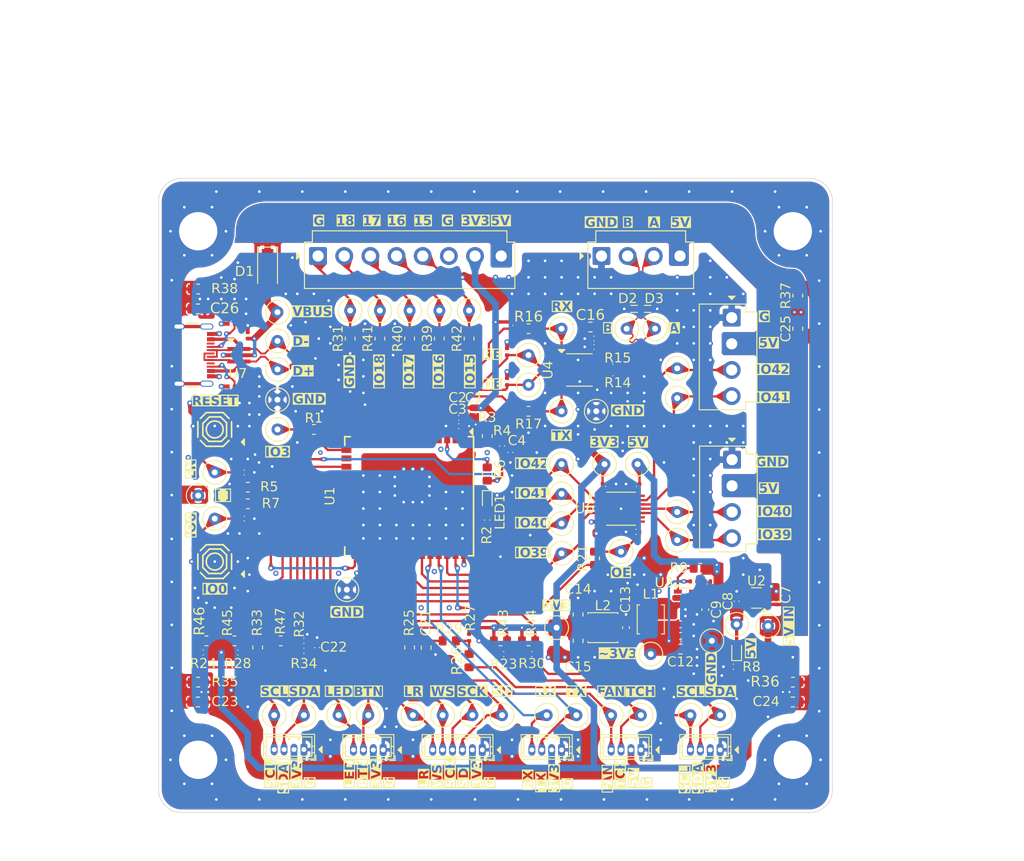
<source format=kicad_pcb>
(kicad_pcb (version 20240108) (generator "pcbnew") (generator_version "8.0")
  (layers (0 "F.Cu" signal) (1 "In1.Cu" power) (2 "In2.Cu" power) (31 "B.Cu" signal) (34 "B.Paste" user) (35 "F.Paste" user) (36 "B.SilkS" user "B.Silkscreen") (37 "F.SilkS" user "F.Silkscreen") (38 "B.Mask" user) (39 "F.Mask" user) (44 "Edge.Cuts" user))
  (net 0 "")
  (net 1 "GND")
  (net 2 "+3V3")
  (net 3 "+5V")
  (net 4 "+5V_IN")
  (net 5 "/Block Diagram/Fan, Temperature and Screen/FAN_TACHO")
  (net 6 "CHASSIS")
  (net 7 "/Block Diagram/5V to 3.3V/SW_OUT_UNFILTERED")
  (net 8 "/Block Diagram/5V to 3.3V/EN")
  (net 9 "/Block Diagram/5V Protection/VBUS")
  (net 10 "/Block Diagram/Fan, Temperature and Screen/TEMP_I2C_SCL")
  (net 11 "/Block Diagram/Fan, Temperature and Screen/TEMP_I2C_SDA")
  (net 12 "/Block Diagram/3V3 to 5V Logic Shifter/5V_IO_3")
  (net 13 "/Block Diagram/3V3 to 5V Logic Shifter/5V_IO_4")
  (net 14 "/Block Diagram/3V3 to 5V Logic Shifter/5V_IO_1")
  (net 15 "/Block Diagram/3V3 to 5V Logic Shifter/5V_IO_2")
  (net 16 "/Block Diagram/Fan, Temperature and Screen/SCREEN_I2C_SCL")
  (net 17 "/Block Diagram/Fan, Temperature and Screen/SCREEN_I2C_SDA")
  (net 18 "/Block Diagram/Button, Status LED, UART and I2S/UART_RX")
  (net 19 "/Block Diagram/Button, Status LED, UART and I2S/UART_TX")
  (net 22 "/Block Diagram/MCU Enable and Boot/MCU_EN")
  (net 23 "/Block Diagram/MCU Enable and Boot/MCU_BOOT")
  (net 27 "/Block Diagram/MCU/GPIO_2_DEBUG_LED_CL")
  (net 30 "/Block Diagram/MCU/GPIO_2_DEBUG_LED")
  (net 31 "/Block Diagram/Fan, Temperature and Screen/FAN_PWM")
  (net 32 "/Block Diagram/3V3 to 5V Logic Shifter/3V3_IO_2")
  (net 33 "/Block Diagram/3V3 to 5V Logic Shifter/3V3_IO_3")
  (net 34 "/Block Diagram/3V3 to 5V Logic Shifter/3V3_IO_4")
  (net 35 "/Block Diagram/3V3 to 5V Logic Shifter/3V3_IO_1")
  (net 36 "/Block Diagram/MCU/GPIO_7_RS485_RX")
  (net 37 "/Block Diagram/MCU/GPIO_4_RS485_TX")
  (net 38 "/Block Diagram/MCU Enable and Boot/EN_DELAY")
  (net 39 "/Block Diagram/MCU Enable and Boot/EN_DELAY_0")
  (net 40 "/Block Diagram/MCU Enable and Boot/EN_SW")
  (net 41 "/Block Diagram/MCU Enable and Boot/BOOT_SW")
  (net 42 "/Block Diagram/Fan, Temperature and Screen/FAN_TACHO_CON")
  (net 43 "/Block Diagram/Fan, Temperature and Screen/FAN_PWM_CON")
  (net 44 "/Block Diagram/Power Connectors/USB/CC2")
  (net 45 "/Block Diagram/Power Connectors/USB/CC1")
  (net 46 "/Block Diagram/UART to RS-485/RS485_IC_D-")
  (net 47 "/Block Diagram/UART to RS-485/RS485_IC_D+")
  (net 48 "/Block Diagram/MCU/IO_3_TEST")
  (net 49 "/Block Diagram/MCU/IO_3_IC")
  (net 50 "/Block Diagram/Power Connectors/RS485_D-")
  (net 51 "/Block Diagram/Power Connectors/RS485_D+")
  (net 53 "/Block Diagram/5V Protection/5V_PROT_LED")
  (net 54 "/Block Diagram/5V to 3.3V/SW_OUT")
  (net 55 "/Block Diagram/5V to 3.3V/FB")
  (net 56 "/Block Diagram/3V3 to 5V Logic Shifter/OE_IC")
  (net 57 "/Block Diagram/MCU/GPIO_5_RS485_DE")
  (net 58 "/Block Diagram/MCU/GPIO_6_RS485_RE")
  (net 59 "/Block Diagram/UART to RS-485/RS485_RX_IC")
  (net 60 "/Block Diagram/UART to RS-485/RS485_TX_IC")
  (net 61 "/Block Diagram/Fan, Temperature and Screen/FAN_TACHO_0")
  (net 63 "/Block Diagram/3V3 to 5V Logic Shifter/LEVEL_SHIFTER_IO_OE")
  (net 64 "/Block Diagram/MCU/USB_D-")
  (net 65 "/Block Diagram/MCU/USB_D+")
  (net 66 "/Block Diagram/Power Connectors/USB/USB_CONN_D+")
  (net 67 "/Block Diagram/Power Connectors/USB/USB_CONN_D-")
  (net 68 "/Block Diagram/LED PWM Connector/LED_EXTRA_PIN")
  (net 69 "/Block Diagram/Button, Status LED, UART and I2S/BUTTON_CONN")
  (net 70 "/Block Diagram/LED PWM Connector/PWM_CH3_CONN")
  (net 71 "/Block Diagram/LED PWM Connector/PWM_CH2_CONN")
  (net 72 "/Block Diagram/LED PWM Connector/PWM_CH1_CONN")
  (net 73 "/Block Diagram/LED PWM Connector/PWM_CH4_CONN")
  (net 74 "/Block Diagram/Button, Status LED, UART and I2S/STATUS_LED_CONN")
  (net 75 "/Block Diagram/Button, Status LED, UART and I2S/I2S_WS")
  (net 76 "/Block Diagram/Button, Status LED, UART and I2S/I2S_SD")
  (net 77 "/Block Diagram/Button, Status LED, UART and I2S/I2S_SCK")
  (net 78 "/Block Diagram/Button, Status LED, UART and I2S/I2S_LR")
  (net 79 "/Block Diagram/Button, Status LED, UART and I2S/BUTTON_0")
  (net 80 "/Block Diagram/Button, Status LED, UART and I2S/STATUS_LED")
  (net 81 "/Block Diagram/LED PWM Connector/PWM_CH3")
  (net 82 "/Block Diagram/LED PWM Connector/PWM_CH2")
  (net 83 "/Block Diagram/LED PWM Connector/PWM_CH1")
  (net 84 "/Block Diagram/LED PWM Connector/PWM_CH4")
  (net 85 "/Block Diagram/Button, Status LED, UART and I2S/BUTTON")
  (footprint "LiveAstra:R_0805_2012Metric_Pad1.20x1.40mm_HandSolder" (layer "F.Cu") (at 199.75 77.75 90)
    (property "Reference" "R37")
    (property "Value" "1M" (hide yes))
  )
  (footprint "LiveAstra:TestPoint_Loop_D3.50mm_Drill0.9mm_Beaded" (layer "F.Cu") (at 173.85 82.75)
    (property "Reference" "TP16" (hide yes))
    (property "Value" "TestPoint_Thimble" (hide yes))
  )
  (footprint "LiveAstra:C_0603_1608Metric" (layer "F.Cu") (at 173.75 128 -90)
    (property "Reference" "C13")
    (property "Value" "22u" (hide yes))
  )
  (footprint "LiveAstra:TestPoint_Loop_D3.50mm_Drill0.9mm_Beaded" (layer "F.Cu") (at 134.75 141.25)
    (property "Reference" "TP49" (hide yes))
    (property "Value" "TestPoint_Thimble" (hide yes))
  )
  (footprint "LiveAstra:C_0402_1005Metric" (layer "F.Cu") (at 148.43 96.25 180)
    (property "Reference" "C2")
    (property "Value" "100n" (hide yes))
  )
  (footprint "LiveAstra:TestPoint_Loop_D3.50mm_Drill0.9mm_Beaded" (layer "F.Cu") (at 146 141.25)
    (property "Reference" "TP53" (hide yes))
    (property "Value" "TestPoint_Thimble" (hide yes))
  )
  (footprint "LiveAstra:JST_ZH_B4B-ZR_1x04_P1.50mm_Vertical" (layer "F.Cu") (at 125 146.45 180)
    (property "Reference" "CN6" (hide yes))
    (property "Value" "4P JST ZH" (hide yes))
  )
  (footprint "LiveAstra:C_0805_2012Metric_Pad1.18x1.45mm_HandSolder" (layer "F.Cu") (at 166.5 130 90)
    (property "Reference" "C15")
    (property "Value" "47u" (hide yes))
  )
  (footprint "LiveAstra:TestPoint_Loop_D3.50mm_Drill0.9mm_Beaded" (layer "F.Cu") (at 190.5 127.5)
    (property "Reference" "TP9" (hide yes))
    (property "Value" "TestPoint_Thimble")
  )
  (footprint "LiveAstra:C_0805_2012Metric_Pad1.18x1.45mm_HandSolder" (layer "F.Cu") (at 199.75 82.75 -90)
    (property "Reference" "C25")
    (property "Value" "10n" (hide yes))
  )
  (footprint "LiveAstra:TestPoint_Loop_D3.50mm_Drill0.9mm_Beaded" (layer "F.Cu") (at 169.25 95.23937)
    (property "Reference" "TP18" (hide yes))
    (property "Value" "TestPoint_Thimble" (hide yes))
  )
  (footprint "LiveAstra:TestPoint_Loop_D3.50mm_Drill0.9mm_Beaded" (layer "F.Cu") (at 121 93.5)
    (property "Reference" "TP3" (hide yes))
    (property "Value" "TestPoint_Thimble" (hide yes))
  )
  (footprint "LiveAstra:TestPoint_Loop_D3.50mm_Drill0.9mm_Beaded" (layer "F.Cu") (at 164 95.25)
    (property "Reference" "TP20" (hide yes))
    (property "Value" "TestPoint_Thimble" (hide yes))
  )
  (footprint "LiveAstra:TestPoint_Loop_D3.50mm_Drill0.9mm_Beaded" (layer "F.Cu") (at 171.5 141.25)
    (property "Reference" "TP36" (hide yes))
    (property "Value" "TestPoint_Thimble" (hide yes))
  )
  (footprint "LiveAstra:C_0603_1608Metric" (layer "F.Cu") (at 182 129.25 180)
    (property "Reference" "C11" (hide yes))
    (property "Value" "4u7" (hide yes))
  )
  (footprint "LiveAstra:R_0402_1005Metric" (layer "F.Cu") (at 159.5 132 180)
    (property "Reference" "R30")
    (property "Value" "5k1" (hide yes))
  )
  (footprint "LiveAstra:TestPoint_Loop_D3.50mm_Drill0.9mm_Beaded" (layer "F.Cu") (at 195.25 127.75)
    (property "Reference" "TP6" (hide yes))
    (property "Value" "TestPoint_Thimble" (hide yes))
  )
  (footprint "LiveAstra:JST_VH_B4P-VH-B_1x04_P3.96mm_Vertical" (layer "F.Cu") (at 189.75 81.08 -90)
    (property "Reference" "CN2" (hide yes))
    (property "Value" "4P JST VH" (hide yes))
  )
  (footprint "LiveAstra:TestPoint_Loop_D3.50mm_Drill0.9mm_Beaded" (layer "F.Cu") (at 173 116.5)
    (property "Reference" "TP28" (hide yes))
    (property "Value" "TestPoint_Thimble" (hide yes))
  )
  (footprint "LiveAstra:AstraControl_Ground_Band" (layer "F.Cu") (at 154 108)
    (property "Reference" "G1" (hide yes))
    (property "Value" "~" (hide yes))
    (fp_line (start -51 -44.500001) (end -51 44.499999) (stroke (width 0.1)) (layer "Edge.Cuts"))
    (fp_line (start -47.499999 48) (end 47.5 48) (stroke (width 0.1)) (layer "Edge.Cuts"))
    (fp_line (start 47.5 -48) (end -47.5 -48) (stroke (width 0.1)) (layer "Edge.Cuts"))
    (fp_line (start 51 44.5) (end 51 -44.5) (stroke (width 0.1)) (layer "Edge.Cuts"))
    (fp_arc (start -51 -44.500001) (mid -49.974873 -46.974874) (end -47.5 -48) (stroke (width 0.1)) (layer "Edge.Cuts"))
    (fp_arc (start -47.499999 48) (mid -49.974873 46.974873) (end -51 44.499999) (stroke (width 0.1)) (layer "Edge.Cuts"))
    (fp_arc (start 47.5 -48) (mid 49.974874 -46.974874) (end 51 -44.5) (stroke (width 0.1)) (layer "Edge.Cuts"))
    (fp_arc (start 51 44.5) (mid 49.974874 46.974874) (end 47.5 48) (stroke (width 0.1)) (layer "Edge.Cuts"))
  )
  (footprint "LiveAstra:TestPoint_Loop_D3.50mm_Drill0.9mm_Beaded" (layer "F.Cu") (at 164 112.25)
    (property "Reference" "TP25" (hide yes))
    (property "Value" "TestPoint_Thimble" (hide yes))
  )
  (footprint "LiveAstra:TestPoint_Loop_D3.50mm_Drill0.9mm_Beaded" (layer "F.Cu") (at 164 107.75)
    (property "Reference" "TP26" (hide yes))
    (property "Value" "TestPoint_Thimble" (hide yes))
  )
  (footprint "LiveAstra:TestPoint_Loop_D3.50mm_Drill0.9mm_Beaded" (layer "F.Cu") (at 109 108)
    (property "Reference" "TP12" (hide yes))
    (property "Value" "TestPoint_Thimble" (hide yes))
  )
  (footprint "LiveAstra:TestPoint_Loop_D3.50mm_Drill0.9mm_Beaded" (layer "F.Cu") (at 111.5 104.5)
    (property "Reference" "TP4" (hide yes))
    (property "Value" "TestPoint_Thimble" (hide yes))
  )
  (footprint "LiveAstra:C_0805_2012Metric_Pad1.18x1.45mm_HandSolder" (layer "F.Cu") (at 108.9625 139.25 180)
    (property "Reference" "C23")
    (property "Value" "10n" (hide yes))
  )
  (footprint "LiveAstra:C_0402_1005Metric" (layer "F.Cu") (at 168.92 85.5)
    (property "Reference" "C17" (hide yes))
    (property "Value" "100n" (hide yes))
  )
  (footprint "LiveAstra:TestPoint_Loop_D3.50mm_Drill0.9mm_Beaded" (layer "F.Cu") (at 177.5 132)
    (property "Reference" "TP56" (hide yes))
    (property "Value" "TestPoint_Thimble" (hide yes))
  )
  (footprint "LiveAstra:TestPoint_Loop_D3.50mm_Drill0.9mm_Beaded" (layer "F.Cu") (at 125 141.25)
    (property "Reference" "TP40" (hide yes))
    (property "Value" "TestPoint_Thimble" (hide yes))
  )
  (footprint "LiveAstra:R_0805_2012Metric_Pad1.20x1.40mm_HandSolder" (layer "F.Cu") (at 121.5 130)
    (property "Reference" "R47")
    (property "Value" "0" (hide yes))
  )
  (footprint "LiveAstra:C_0402_1005Metric" (layer "F.Cu") (at 116.5 83.77 -90)
    (property "Reference" "C27" (hide yes))
    (property "Value" "100n" (hide yes))
  )
  (footprint "LiveAstra:TestPoint_Loop_D3.50mm_Drill0.9mm_Beaded" (layer "F.Cu") (at 181.5 114.75)
    (property "Reference" "TP35" (hide yes))
    (property "Value" "TestPoint_Thimble" (hide yes))
  )
  (footprint "LiveAstra:TestPoint_Loop_D3.50mm_Drill0.9mm_Beaded" (layer "F.Cu") (at 141 80)
    (property "Reference" "TP44" (hide yes))
    (property "Value" "TestPoint_Thimble" (hide yes))
  )
  (footprint "LiveAstra:R_0805_2012Metric_Pad1.20x1.40mm_HandSolder" (layer "F.Cu") (at 109 76.75 180)
    (property "Reference" "R38")
    (property "Value" "1M" (hide yes))
  )
  (footprint "LiveAstra:LOGIC_SHIFTER_TXB0104PWR_TSOP_14" (layer "F.Cu") (at 173 110 -90)
    (property "Reference" "U6")
    (property "Value" "TXB0104PWR" (hide yes))
  )
  (footprint "LiveAstra:TACTILE_SWITCH-SMD_4P-L5.1-W5.1-P3.70-LS6.5-TL-2" (layer "F.Cu") (at 111.5 98 180)
    (property "Reference" "SW2" (hide yes))
    (property "Value" "TS_Basic_Small" (hide yes))
  )
  (footprint "LiveAstra:LED_0603_1608Metric" (layer "F.Cu") (at 152.75 108.75 -90)
    (property "Reference" "LED1")
    (property "Value" "LED_Yellow_25mA_0603" (hide yes))
  )
  (footprint "LiveAstra:L_Sunlord_SWPA4030S" (layer "F.Cu") (at 170.25 128 180)
    (property "Reference" "L2")
    (property "Value" "22uH")
  )
  (footprint "LiveAstra:R_0402_1005Metric" (layer "F.Cu") (at 155.75 86.24 -90)
    (property "Reference" "R19" (hide yes))
    (property "Value" "10k" (hide yes))
  )
  (footprint "LiveAstra:R_0805_2012Metric_Pad1.20x1.40mm_HandSolder" (layer "F.Cu") (at 118 131 -90)
    (property "Reference" "R33")
    (property "Value" "0" (hide yes))
  )
  (footprint "LiveAstra:JST_ZH_B4B-ZR_1x04_P1.50mm_Vertical" (layer "F.Cu") (at 164 146.5 180)
    (property "Reference" "CN8" (hide yes))
    (property "Value" "4P JST ZH" (hide yes))
  )
  (footprint "LiveAstra:R_0805_2012Metric_Pad1.20x1.40mm_HandSolder" (layer "F.Cu") (at 110.25 130)
    (property "Reference" "R46")
    (property "Value" "0" (hide yes))
  )
  (footprint "LiveAstra:TestPoint_Loop_D3.50mm_Drill0.9mm_Beaded" (layer "F.Cu") (at 145.5 80)
    (property "Reference" "TP43" (hide yes))
    (property "Value" "TestPoint_Thimble" (hide yes))
  )
  (footprint "LiveAstra:JST_ZH_B4B-ZR_1x04_P1.50mm_Vertical" (layer "F.Cu") (at 137 146.5 180)
    (property "Reference" "CN9" (hide yes))
    (property "Value" "4P JST ZH" (hide yes))
  )
  (footprint "LiveAstra:C_0402_1005Metric" (layer "F.Cu") (at 175.32 106.25)
    (property "Reference" "C20" (hide yes))
    (property "Value" "100n" (hide yes))
  )
  (footprint "LiveAstra:TestPoint_Loop_D3.50mm_Drill0.9mm_Beaded" (layer "F.Cu") (at 164 82.75)
    (property "Reference" "TP19" (hide yes))
    (property "Value" "TestPoint_Thimble" (hide yes))
  )
  (footprint "LiveAstra:C_0603_1608Metric" (layer "F.Cu") (at 182 127.5 180)
    (property "Reference" "C10" (hide yes))
    (property "Value" "4u7" (hide yes))
  )
  (footprint "LiveAstra:R_0402_1005Metric" (layer "F.Cu") (at 114.99 131.75 180)
    (property "Reference" "R28")
    (property "Value" "5k1" (hide yes))
  )
  (footprint "LiveAstra:C_0805_2012Metric_Pad1.18x1.45mm_HandSolder" (layer "F.Cu") (at 168.3625 82.5)
    (property "Reference" "C16")
    (property "Value" "47u" (hide yes))
  )
  (footprint "LiveAstra:R_0402_1005Metric" (layer "F.Cu") (at 171.76 89.5 180)
    (property "Reference" "R14")
    (property "Value" "10" (hide yes))
  )
  (footprint "LiveAstra:TestPoint_Loop_D3.50mm_Drill0.9mm_Beaded" (layer "F.Cu") (at 121 88.9 -90)
    (property "Reference" "TP15" (hide yes))
    (property "Value" "TestPoint_Thimble" (hide yes))
  )
  (footprint "LiveAstra:C_0402_1005Metric" (layer "F.Cu") (at 115.98 111.5)
    (property "Reference" "C6" (hide yes))
    (property "Value" "100n" (hide yes))
  )
  (footprint "LiveAstra:R_0402_1005Metric" (layer "F.Cu") (at 152.75 111.7225 90)
    (property "Reference" "R2")
    (property "Value" "220" (hide yes))
  )
  (footprint "LiveAstra:C_0805_2012Metric_Pad1.18x1.45mm_HandSolder" (layer "F.Cu") (at 166.5 126 -90)
    (property "Reference" "C14")
    (property "Value" "47u" (hide yes))
  )
  (footprint "LiveAstra:R_0805_2012Metric_Pad1.20x1.40mm_HandSolder" (layer "F.Cu") (at 147 130 180)
    (property "Reference" "R29")
    (property "Value" "3k3" (hide yes))
  )
  (footprint "LiveAstra:R_0805_2012Metric_Pad1.20x1.40mm_HandSolder" (layer "F.Cu") (at 150 84.25 90)
    (property "Reference" "R42")
    (property "Value" "0" (hide yes))
  )
  (footprint "LiveAstra:C_0402_1005Metric" (layer "F.Cu") (at 196.5 124 -90)
    (property "Reference" "C7")
    (property "Value" "1u" (hide yes))
  )
  (footprint "LiveAstra:TestPoint_Loop_D3.50mm_Drill0.9mm_Beaded" (layer "F.Cu") (at 181.5 88.75)
    (property "Reference" "TP30" (hide yes))
    (property "Value" "TestPoint_Thimble" (hide yes))
  )
  (footprint "LiveAstra:TestPoint_Loop_D3.50mm_Drill0.9mm_Beaded" (layer "F.Cu") (at 178.15 82.75)
    (property "Reference" "TP2" (hide yes))
    (property "Value" "TestPoint_Thimble" (hide yes))
  )
  (footprint "LiveAstra:JST_ZH_B4B-ZR_1x04_P1.50mm_Vertical" (layer "F.Cu") (at 188 146.5 180)
    (property "Reference" "CN5" (hide yes))
    (property "Value" "4P JST ZH" (hide yes))
  )
  (footprint "LiveAstra:C_0603_1608Metric" (layer "F.Cu") (at 185.75 125.275 90)
    (property "Reference" "C9")
    (property "Value" "4u7" (hide yes))
  )
  (footprint "LiveAstra:C_0402_1005Metric" (layer "F.Cu") (at 156.25 101.48 -90)
    (property "Reference" "C4")
    (property "Value" "1u" (hide yes))
  )
  (footprint "LiveAstra:JST_VH_B4P-VH-B_1x04_P3.96mm_Vertical" (layer "F.Cu") (at 189.8 102.58 -90)
    (property "Reference" "CN3" (hide yes))
    (property "Value" "4P JST VH" (hide yes))
  )
  (footprint "LiveAstra:JST_VH_B8P-VH-B_1x08_P3.96mm_Vertical" (layer "F.Cu") (at 127.141666 71.75)
    (property "Reference" "CN7" (hide yes))
    (property "Value" "JST_VH_8PIN_10A_250V" (hide yes))
  )
  (footprint "LiveAstra:R_0402_1005Metric" (layer "F.Cu") (at 186 121 180)
    (property "Reference" "R11" (hide yes))
    (property "Value" "10k" (hide yes))
  )
  (footprint "LiveAstra:R_0805_2012Metric_Pad1.20x1.40mm_HandSolder" (layer "F.Cu") (at 141 84.25 90)
    (property "Reference" "R40")
    (property "Value" "0" (hide yes))
  )
  (footprint "LiveAstra:USBLC6-2SC6_PROTECTION_SOT-23-6" (layer "F.Cu") (at 115.15 86.77 -90)
    (property "Reference" "U7")
    (property "Value" "USBLC6-2SC6" (hide yes))
  )
  (footprint "LiveAstra:TACTILE_SWITCH-SMD_4P-L5.1-W5.1-P3.70-LS6.5-TL-2" (layer "F.Cu") (at 111.5 118 180)
    (property "Reference" "SW1" (hide yes))
    (property "Value" "TS_Basic_Small" (hide yes))
  )
  (footprint "LiveAstra:R_0402_1005Metric" (layer "F.Cu") (at 114 91.5)
    (property "Reference" "R12" (hide yes))
    (property "Value" "5k1" (hide yes))
  )
  (footprint "LiveAstra:R_0402_1005Metric" (layer "F.Cu") (at 175.29 113.5)
    (property "Reference" "R22" (hide yes))
    (property "Value" "10k" (hide yes))
  )
  (footprint "LiveAstra:TestPoint_Loop_D3.50mm_Drill0.9mm_Beaded" (layer "F.Cu") (at 121 80.25 -90)
    (property "Reference" "TP13" (hide yes))
    (property "Value" "TestPoint_Thimble" (hide yes))
  )
  (footprint "LiveAstra:LED_0603_1608Metric" (layer "F.Cu") (at 190.5 131.5 90)
    (property "Reference" "LED2" (hide yes))
    (property "Value" "LED_RED_20mA_0603" (hide yes))
  )
  (footprint "LiveAstra:R_0805_2012Metric_Pad1.20x1.40mm_HandSolder" (layer "F.Cu") (at 152.75 99 90)
    (property "Reference" "R3")
    (property "Value" "0" (hide yes))
  )
  (footprint "LiveAstra:TestPoint_Loop_D3.50mm_Drill0.9mm_Beaded" (layer "F.Cu") (at 121 84.598586 -90)
    (property "Reference" "TP14" (hide yes))
    (property "Value" "TestPoint_Thimble" (hide yes))
  )
  (footprint "LiveAstra:TestPoint_Loop_D3.50mm_Drill0.9mm_Beaded" (layer "F.Cu") (at 164 116.75)
    (property "Reference" "TP24" (hide yes))
    (property "Value" "TestPoint_Thimble" (hide yes))
  )
  (footprint "LiveAstra:R_0805_2012Metric_Pad1.20x1.40mm_HandSolder" (layer "F.Cu") (at 114.5 130 180)
    (property "Reference" "R45")
    (property "Value" "0" (hide yes))
  )
  (footprint "LiveAstra:TestPoint_Loop_D3.50mm_Drill0.9mm_Beaded" (layer "F.Cu") (at 163.25 128 90)
    (property "Reference" "TP10" (hide yes))
    (property "Value" "TestPoint_Thimble" (hide yes))
  )
  (footprint "LiveAstra:R_0402_1005Metric" (layer "F.Cu") (at 155 100.5 90)
    (property "Reference" "R4")
    (property "Value" "10k" (hide yes))
  )
  (footprint "LiveAstra:C_0402_1005Metric" (layer "F.Cu") (at 115.98 104.5 180)
    (property "Reference" "C5" (hide yes))
    (property "Value" "100n" (hide yes))
  )
  (footprint "LiveAstra:C_0402_1005Metric" (layer "F.Cu") (at 168.92 84.25)
    (property "Reference" "C18" (hide yes))
    (property "Value" "100n" (hide yes))
  )
  (footprint "LiveAstra:TestPoint_Loop_D3.50mm_Drill0.9mm_Beaded" (layer "F.Cu") (at 181.5 110.5)
    (property "Reference" "TP34" (hide yes))
    (property "Value" "TestPoint_Thimble" (hide yes))
  )
  (footprint "LiveAstra:C_0603_1608Metric" (layer "F.Cu") (at 150.5 95.5 90)
    (property "Reference" "C1")
    (property "Value" "22u" (hide yes))
  )
  (footprint "LiveAstra:C_0805_2012Metric_Pad1.18x1.45mm_HandSolder" (layer "F.Cu") (at 108.9625 79.75 180)
    (property "Reference" "C26")
    (property "Value" "10n" (hide yes))
  )
  (footprint "LiveAstra:TestPoint_Loop_D3.50mm_Drill0.9mm_Beaded" (layer "F.Cu") (at 175.5 103.25)
    (property "Reference" "TP31" (hide yes))
    (property "Value" "TestPoint_Thimble" (hide yes))
  )
  (footprint "LiveAstra:R_0402_1005Metric" (layer "F.Cu") (at 156.25 82.24 90)
    (property "Reference" "R20" (hide yes))
    (property "Value" "10k" (hide yes))
  )
  (footprint "LiveAstra:R_0805_2012Metric_Pad1.20x1.40mm_HandSolder" (layer "F.Cu") (at 132 84.25 90)
    (property "Reference" "R31")
    (property "Value" "0" (hide yes))
  )
  (footprint "LiveAstra:TestPoint_Loop_D3.50mm_Drill0.9mm_Beaded" (layer "F.Cu") (at 131.5 122.25)
    (property "Reference" "TP11" (hide yes))
    (property "Value" "TestPoint_Thimble" (hide yes))
  )
  (footprint "LiveAstra:R_0805_2012Metric_Pad1.20x1.40mm_HandSolder" (layer "F.Cu") (at 141 131 90)
    (property "Reference" "R25")
    (property "Value" "0" (hide yes))
  )
  (footprint "LiveAstra:TestPoint_Loop_D3.50mm_Drill0.9mm_Beaded" (layer "F.Cu") (at 130.25 141.25)
    (property "Reference" "TP50" (hide yes))
    (property "Value" "TestPoint_Thimble" (hide yes))
  )
  (footprint "LiveAstra:STEP_DOWN_ST1S12GR_TSOT-23-5" (layer "F.Cu") (at 182.75 123.5 90)
    (property "Reference" "U3")
    (property "Value" "ST1S12GR" (hide yes))
  )
  (footprint "LiveAstra:JST_VH_B4P-VH-B_1x04_P3.96mm_Vertical" (layer "F.Cu") (at 170.04 71.75)
    (property "Reference" "CN1" (hide yes))
    (property "Value" "4P JST VH" (hide yes))
  )
  (footprint "LiveAstra:R_0805_2012Metric_Pad1.20x1.40mm_HandSolder" (layer "F.Cu") (at 199 136.25)
    (property "Reference" "R36")
    (property "Value" "1M" (hide yes))
  )
  (footprint "LiveAstra:C_0805_2012Metric_Pad1.18x1.45mm_HandSolder" (layer "F.Cu") (at 182 131.25 180)
    (property "Reference" "C12")
    (property "Value" "47u" (hide yes))
  )
  (footprint "LiveAstra:L_MDA4020_4.1x4.5mm" (layer "F.Cu") (at 177.5 126.75 -90)
    (property "Reference" "L1")
    (property "Value" "2u2H" (hide yes))
  )
  (footprint "LiveAstra:TestPoint_Loop_D3.50mm_Drill0.9mm_Beaded" (layer "F.Cu") (at 111.5 111.5)
    (property "Reference" "TP5" (hide yes))
    (property "Value" "TestPoint_Thimble" (hide yes))
  )
  (footprint "LiveAstra:R_0805_2012Metric_Pad1.20x1.40mm_HandSolder" (layer "F.Cu") (at 109 136.25 180)
    (property "Reference" "R35")
    (property "Value" "1M" (hide yes))
  )
  (footprint "LiveAstra:R_0805_2012Metric_Pad1.20x1.40mm_HandSolder" (layer "F.Cu") (at 152.75 104.75 -90)
    (property "Reference" "R6")
    (property "Value" "0" (hide yes))
  )
  (footprint "LiveAstra:D_DFN0603_H5VL10B_Bidirectional_TVS" (layer "F.Cu") (at 177.025 79.75 180)
    (property "Reference" "D3")
    (property "Value" "H5VL10B" (hide yes))
  )
  (footprint "LiveAstra:D_DFN0603_H5VL10B_Bidirectional_TVS" (layer "F.Cu") (at 174.975 79.75)
    (property "Reference" "D2")
    (property "Value" "H5VL10B" (hide yes))
  )
  (footprint "LiveAstra:R_0402_1005Metric" (layer "F.Cu") (at 155.24 132 180)
    (property "Reference" "R23")
    (property "Value" "5k1" (hide yes))
  )
  (footprint "LiveAstra:R_0805_2012Metric_Pad1.20x1.40mm_HandSolder" (layer "F.Cu") (at 126.5 98)
    (property "Reference" "R1")
    (property "Value" "0" (hide yes))
  )
  (footprint "LiveAstra:R_0402_1005Metric" (layer "F.Cu") (at 171.75 88.5 180)
    (property "Reference" "R15")
    (property "Value" "10" (hide yes))
  )
  (footprint "LiveAstra:JST_ZH_B4B-ZR_1x04_P1.50mm_Vertical" (layer "F.Cu") (at 176.008334 146.5 180)
    (property "Reference" "CN4" (hide yes))
    (property "Value" "4P JST ZH" (hide yes))
  )
  (footprint "LiveAstra:TestPoint_Loop_D3.50mm_Drill0.9mm_Beaded" (layer "F.Cu") (at 159 91.25)
    (property "Reference" "TP22" (hide yes))
    (property "Value" "TestPoint_Thimble")
  )
  (footprint "LiveAstra:C_0805_2012Metric_Pad1.18x1.45mm_HandSolder" (layer "F.Cu") (at 143.5 131.0375 90)
    (property "Reference" "C21")
    (property "Value" "100p" (hide yes))
  )
  (footprint "LiveAstra:TestPoint_Loop_D3.50mm_Drill0.9mm_Beaded" (layer "F.Cu") (at 164 103.25)
    (property "Reference" "TP29" (hide yes))
    (property "Value" "TestPoint_Thimble" (hide yes))
  )
  (footprint "LiveAstra:TestPoint_Loop_D3.50mm_Drill0.9mm_Beaded" (layer "F.Cu") (at 150 80)
    (property "Reference" "TP47" (hide yes))
    (property "Value" "TestPoint_Thimble" (hide yes))
  )
  (footprint "LiveAstra:TestPoint_Loop_D3.50mm_Drill0.9mm_Beaded" (layer "F.Cu") (at 150.5 141.25)
    (property "Reference" "TP52" (hide yes))
    (property "Value" "TestPoint_Thimble" (hide yes))
  )
  (footprint "LiveAstra:R_0805_2012Metric_Pad1.20x1.40mm_HandSolder" (layer "F.Cu") (at 154.75 130 180)
    (property "Reference" "R43")
    (property "Value" "0" (hide yes))
  )
  (footprint "LiveAstra:R_0805_2012Metric_Pad1.20x1.40mm_HandSolder" (layer "F.Cu") (at 145.5 84.25 90)
    (property "Reference" "R39")
    (property "Value" "0" (hide yes))
  )
  (footprint "LiveAstra:C_0402_1005Metric" (layer "F.Cu") (at 127 131.02 -90)
    (property "Reference" "C22")
    (property "Value" "100n" (hide yes))
  )
  (footprint "LiveAstra:TestPoint_Loop_D3.50mm_Drill0.9mm_Beaded" (layer "F.Cu") (at 166.25 141.25)
    (property "Reference" "TP55" (hide yes))
    (property "Value" "TestPoint_Thimble" (hide yes))
  )
  (footprint "LiveAstra:R_0402_1005Metric" (layer "F.Cu") (at 114 82)
    (property "Reference" "R13" (hide yes))
    (property "Value" "5k1" (hide yes))
  )
  (footprint "LiveAstra:R_0402_1005Metric" (layer "F.Cu") (at 125 130 180)
    (property "Reference" "R32")
    (property "Value" "10k" (hide yes))
  )
  (footprint "LiveAstra:R_0402_1005Metric" (layer "F.Cu") (at 109.76 131.75)
    (property "Reference" "R24")
    (property "Value" "5k1" (hide yes))
  )
  (footprint "LiveAstra:TestPoint_Loop_D3.50mm_Drill0.9mm_Beaded" (layer "F.Cu") (at 121 98)
    (property "Reference" "TP1" (hide yes))
    (property "Value" "TestPoint_Thimble" (hide yes))
  )
  (footprint "LiveAstra:TestPoint_Loop_D3.50mm_Drill0.9mm_Beaded" (layer "F.Cu") (at 120.5 141.25)
    (property "Reference" "TP37" (hide yes))
    (property "Value" "TestPoint_Thimble" (hide yes))
  )
  (footprint "LiveAstra:R_0402_1005Metric" (layer "F.Cu") (at 189.99 133.916339)
    (property "Reference" "R8")
    (property "Value" "220" (hide yes))
  )
  (footprint "LiveAstra:R_0402_1005Metric" (layer "F.Cu") (at 183.99 121 180)
    (property "Reference" "R10" (hide yes))
    (property "Value" "45k3" (hide yes))
  )
  (footprint "LiveAstra:5V_PROTECTION_NCP361SNT1G_TSOP-5" (layer "F.Cu") (at 193.5 123.5 -90)
    (property "Reference" "U2")
    (property "Value" "NCP361SNT1G" (hide yes))
  )
  (footprint "LiveAstra:JST_ZH_B6B-ZR_1x06_P1.50mm_Vertical" (layer "F.Cu") (at 152 146.5 180)
    (property "Reference" "CN10" (hide yes))
    (property "Value" "JST_ZH_6PIN_1A_250V" (hide yes))
  )
  (footprint "LiveAstra:C_0805_2012Metric_Pad1.18x1.45mm_HandSolder" (layer "F.Cu") (at 199 139.25)
    (property "Reference" "C24")
    (property "Value" "10n" (hide yes))
  )
  (footprint "LiveAstra:TestPoint_Loop_D3.50mm_Drill0.9mm_Beaded" (layer "F.Cu") (at 176 141.25)
    (property "Reference" "TP39" (hide yes))
    (property "Value" "TestPoint_Thimble" (hide yes))
  )
  (footprint "LiveAstra:R_0805_2012Metric_Pad1.20x1.40mm_HandSolder" (layer "F.Cu") (at 159 82.75 180)
    (property "Reference" "R16")
    (property "Value" "0" (hide yes))
  )
  (footprint "LiveAstra:R_0805_2012Metric_Pad1.20x1.40mm_HandSolder" (layer "F.Cu") (at 169 117.5 90)
    (property "Reference" "R21")
    (property "Value" "0" (hide yes))
  )
  (footprint "LiveAstra:R_0805_2012Metric_Pad1.20x1.40mm_HandSolder" (layer "F.Cu") (at 159 95.25 180)
    (property "Reference" "R17")
    (property "Value" "0" (hide yes))
  )
  (footprint "LiveAstra:TestPoint_Loop_D3.50mm_Drill0.9mm_Beaded" (layer "F.Cu") (at 186.75 130)
    (property "Reference" "TP7" (hide yes))
    (property "Value" "TestPoint_Thimble" (hide yes))
  )
  (footprint "LiveAstra:TestPoint_Loop_D3.50mm_Drill0.9mm_Beaded" (layer "F.Cu") (at 159 86.75)
    (property "Reference" "TP21" (hide yes))
    (property "Value" "TestPoint_Thimble" (hide yes))
  )
  (footprint "LiveAstra:R_0805_2012Metric_Pad1.20x1.40mm_HandSolder" (layer "F.Cu") (at 159 130 180)
    (property "Reference" "R44")
    (property "Value" "0" (hide yes))
  )
  (footprint "LiveAstra:R_0402_1005Metric" (layer "F.Cu") (at 125 131.5 180)
    (property "Reference" "R34")
    (property "Value" "10k" (hide yes))
  )
  (footprint "LiveAstra:TestPoint_Loop_D3.50mm_Drill0.9mm_Beaded" (layer "F.Cu") (at 188 141.25)
    (property "Reference" "TP41" (hide yes))
    (property "Value" "TestPoint_Thimble" (hide yes))
  )
  (footprint "LiveAstra:R_0805_2012Metric_Pad1.20x1.40mm_HandSolder" (layer "F.Cu") (at 136.5 84.25 90)
    (property "Reference" "R41")
    (property "Value" "0" (hide yes))
  )
  (footprint "LiveAstra:C_0402_1005Metric" (layer "F.Cu") (at 148.43 97.5 180)
    (property "Reference" "C3")
    (property "Value" "100n" (hide yes))
  )
  (footprint "LiveAstra:TestPoint_Loop_D3.50mm_Drill0.9mm_Beaded" (layer "F.Cu") (at 161.75 141.25)
    (property "Reference" "TP48" (hide yes))
    (property "Value" "TestPoint_Thimble" (hide yes))
  )
  (footprint "LiveAstra:R_0805_2012Metric_Pad1.20x1.40mm_HandSolder" (layer "F.Cu") (at 116.5 109.25 180)
    (property "Reference" "R7")
    (property "Value" "0" (hide yes))
  )
  (footprint "LiveAstra:WIRELM-SMD_ESP32-S3-WROOM-1U" (layer "F.Cu") (at 140.33 108.1 -90)
    (property "Reference" "U1")
    (property "Value" "ESP32-S3-WROOM-1U-N8" (hide yes))
  )
  (footprint "LiveAstra:R_0402_1005Metric" (layer "F.Cu") (at 150 129.49 90)
    (property "Reference" "R27")
    (property "Value" "10k" (hide yes))
  )
  (footprint "LiveAstra:C_0402_1005Metric" (layer "F.Cu") (at 190.5 124 90)
    (property "Reference" "C8")
    (property "Value" "1u" (hide yes))
  )
  (footprint "LiveAstra:TestPoint_Loop_D3.50mm_Drill0.9mm_Beaded" (layer "F.Cu") (at 136.5 80)
    (property "Reference" "TP45" (hide yes))
    (property "Value" "TestPoint_Thimble" (hide yes))
  )
  (footprint "LiveAstra:R_0805_2012Metric_Pad1.20x1.40mm_HandSolder" (layer "F.Cu") (at 116.5 106.75)
    (property "Reference" "R5")
    (property "Value" "0" (hide yes))
  )
  (footprint "LiveAstra:TestPoint_Loop_D3.50mm_Drill0.9mm_Beaded" (layer "F.Cu") (at 183.5 141.25)
    (property "Reference" "TP38" (hide yes))
    (property "Value" "TestPoint_Thimble" (hide yes))
  )
  (footprint "LiveAstra:C_0402_1005Metric" (layer "F.Cu") (at 170.68 106.25 180)
    (property "Reference" "C19" (hide yes))
    (property "Value" "100n" (hide yes))
  )
  (footprint "LiveAstra:TestPoint_Loop_D3.50mm_Drill0.9mm_Beaded" (layer "F.Cu") (at 181.5 93.25)
    (property "Reference" "TP33" (hide yes))
    (property "Value" "TestPoint_Thimble" (hide yes))
  )
  (footprint "LiveAstra:TestPoint_Loop_D3.50mm_Drill0.9mm_Beaded" (layer "F.Cu") (at 170.5 103.25)
    (property "Reference" "TP8" (hide yes))
    (property "Value" "TestPoint_Thimble" (hide yes))
  )
  (footprint "LiveAstra:R_0805_2012Metric_Pad1.20x1.40mm_HandSolder" (layer "F.Cu") (at 150 133 90)
    (property "Reference" "R26")
    (property "Value" "0" (hide yes))
  )
  (footprint "LiveAstra:TestPoint_Loop_D3.50mm_Drill0.9mm_Beaded" (layer "F.Cu") (at 132 80)
    (property "Reference" "TP46" (hide yes))
    (property "Value" "TestPoint_Thimble" (hide yes))
  )
  (footprint "LiveAstra:TestPoint_Loop_D3.50mm_Drill0.9mm_Beaded" (layer "F.Cu") (at 155 141.25)
    (property "Reference" "TP51" (hide yes))
    (property "Value" "TestPoint_Thimble" (hide yes))
  )
  (footprint "LiveAstra:TestPoint_Loop_D3.50mm_Drill0.9mm_Beaded" (layer "F.Cu") (at 141.5 141.25)
    (property "Reference" "TP54" (hide yes))
    (property "Value" "TestPoint_Thimble" (hide yes))
  )
  (footprint "LiveAstra:USB_C_Korean_Hroparts_Elec_TYPE-C-31-M-12" (layer "F.Cu") (at 104 86.75 -90)
    (property "Reference" "USBC1" (hide yes))
    (property "Value" "TYPE-C-31-M-12" (hide yes))
  )
  (footprint "LiveAstra:RS_485_SN65HVD1782DR" (layer "F.Cu") (at 166.7 89 -90)
    (property "Reference" "U4")
    (property "Value" "SN65HVD1782DR" (hide yes))
  )
  (footprint "LiveAstra:R_0402_1005Metric" (layer "F.Cu") (at 155.75 90.75 -90)
    (property "Reference" "R18" (hide yes))
    (property "Value" "10k")
  )
  (footprint "LiveAstra:D_SMA_SS14_C2480" (layer "F.Cu") (at 119.5 74.15 -90)
    (property "Reference" "D1")
    (property "Value" "SS14 Schottky" (hide yes))
  )
  (footprint "LiveAstra:R_0805_2012Metric_Pad1.20x1.40mm_HandSolder" (layer "F.Cu") (at 185 119)
    (property "Reference" "R9")
    (property "Value" "1M" (hide yes))
  )
  (gr_text "D-" (at 123.25 84.75 0) (layer "F.SilkS" knockout) (effects (font (size 1.4 1.4) (thickness 0.3) (bold yes)) (justify left)))
  (gr_text "IO40" (at 198.75 110.5 0) (layer "F.SilkS" knockout) (effects (font (size 1.4 1.4) (thickness 0.3) (bold yes)) (justify right)))
  (gr_text "3V3" (at 163.25 124.75 0) (layer "F.SilkS" knockout) (effects (font (size 1.4 1.4) (thickness 0.3) (bold yes))))
  (gr_text "RX" (at 164 79.5 0) (layer "F.SilkS" knockout) (effects (font (size 1.4 1.4) (thickness 0.3) (bold yes))))
  (gr_text "SCK" (at 148.25 137.75 0) (layer "F.SilkS" knockout) (effects (font (size 1.4 1.4) (thickness 0.3) (bold yes)) (justify left)))
  (gr_text "3V3" (at 163 148.645953 90) (layer "F.SilkS" knockout) (effects (font (size 1.4 1.4) (thickness 0.3) (bold yes)) (justify right)))
  (gr_text "G" (at 126 152.25 90) (layer "F.SilkS" knockout) (effects (font (size 1.4 1.4) (thickness 0.3) (bold yes)) (justify left)))
  (gr_text "RE" (at 153.5 86.75 0) (layer "F.SilkS" knockout) (effects (font (size 1.4 1.4) (thickness 0.3) (bold yes))))
  (gr_text "5V" (at 192.75 129.75 90) (layer "F.SilkS" knockout) (effects (font (size 1.4 1.4) (thickness 0.3) (bold yes)) (justify right)))
  (gr_text "WS" (at 145.25 152.25 90) (layer "F.SilkS" knockout) (effects (font (size 1.4 1.4) (thickness 0.3) (bold yes)) (justify left)))
  (gr_text "IO41" (at 159.5 107.75 0) (layer "F.SilkS" knockout) (effects (font (size 1.4 1.4) (thickness 0.3) (bold yes))))
  (gr_text "5V" (at 175.5 100 0) (layer "F.SilkS" knockout) (effects (font (size 1.4 1.4) (thickness 0.3) (bold yes))))
  (gr_text "5V" (at 182 66.75 0) (layer "F.SilkS" knockout) (effects (font (size 1.4 1.4) (thickness 0.3) (bold yes))))
  (gr_text "A" (at 181 82.75 0) (layer "F.SilkS" knockout) (effects (font (size 1.4 1.4) (thickness 0.3) (bold yes))))
  (gr_text "IO0" (at 111.5 122.25 0) (layer "F.SilkS" knockout) (effects (font (size 1.4 1.4) (thickness 0.3) (bold yes))))
  (gr_text "G" (at 153.25 152.25 90) (layer "F.SilkS" knockout) (effects (font (size 1.4 1.4) (thickness 0.3) (bold yes)) (justify left)))
  (gr_text "SDA" (at 125 137.75 0) (layer "F.SilkS" knockout) (effects (font (size 1.4 1.4) (thickness 0.3) (bold yes))))
  (gr_text "SCL" (at 120 152.25 90) (layer "F.SilkS" knockout) (effects (font (size 1.4 1.4) (thickness 0.3) (bold yes)) (justify left)))
  (gr_text "LR" (at 143.25 152.25 90) (layer "F.SilkS" knockout) (effects (font (size 1.4 1.4) (thickness 0.3) (bold yes)) (justify left)))
  (gr_text "GND" (at 198.25 103 0) (layer "F.SilkS" knockout) (effects (font (size 1.4 1.4) (thickness 0.3) (bold yes)) (justify right)))
  (gr_text "5V" (at 154.75 66.5 0) (layer "F.SilkS" knockout) (effects (font (size 1.4 1.4) (thickness 0.3) (bold yes))))
  (gr_text "RESET" (at 111.5 93.75 0) (layer "F.SilkS" knockout) (effects (font (size 1.4 1.4) (thickness 0.3) (bold yes))))
  (gr_text "LR" (at 141.5 137.75 0) (layer "F.SilkS" knockout) (effects (font (size 1.4 1.4) (thickness 0.3) (bold yes))))
  (gr_text "5V" (at 175 152.25 90) (layer "F.SilkS" knockout) (effects (font (size 1.4 1.4) (thickness 0.3) (bold yes)) (justify left)))
  (gr_text "LED" (at 132 152.25 90) (layer "F.SilkS" knockout) (effects (font (size 1.4 1.4) (thickness 0.3) (bold yes)) (justify left)))
  (gr_text "VBUS" (at 123.25 80.25 0) (layer "F.SilkS" knockout) (effects (font (size 1.4 1.4) (thickness 0.3) (bold yes)) (justify left)))
  (gr_text "GND" (at 123.376912 93.495249 0) (layer "F.SilkS" knockout) (effects (font (size 1.4 1.4) (thickness 0.3) (bold yes)) (justify left)))
  (gr_text "3V3" (at 151.25 152.25 90) (layer "F.SilkS" knockout) (effects (font (size 1.4 1.4) (thickness 0.3) (bold yes)) (justify left)))
  (gr_text "[ ]" (at 112.75 108 0) (layer "F.SilkS" knockout) (effects (font (size 1.4 1.4) (thickness 0.3) (bold yes))))
  (gr_text "SCK" (at 147.25 152.25 90) (layer "F.SilkS" knockout) (effects (font (size 1.4 1.4) (thickness 0.3) (bold yes)) (justify left)))
  (gr_text "IO15" (at 150.25 89.25 90) (layer "F.SilkS" knockout) (effects (font (size 1.4 1.4) (thickness 0.3) (bold yes))))
  (gr_text "15" (at 143 66.5 0) (layer "F.SilkS" knockout) (effects (font (size 1.4 1.4) (thickness 0.3) (bold yes))))
  (gr_text "G" (at 127.25 66.5 0) (layer "F.SilkS" knockout) (effects (font (size 1.4 1.4) (thickness 0.3) (bold yes))))
  (gr_text "FAN" (at 171.059251 148.721539 90) (layer "F.SilkS" knockout) (effects (font (size 1.4 1.4) (thickness 0.275) (bold yes)) (justify right)))
  (gr_text "G" (at 146.75 66.5 0) (layer "F.SilkS" knockout) (effects (font (size 1.4 1.4) (thickness 0.3) (bold yes))))
  (gr_text "BTN" (at 134.75 137.75 0) (layer "F.SilkS" knockout) (effects (font (size 1.4 1.4) (thickness 0.3) (bold yes))))
  (gr_text "TX" (at 164 99 0) (layer "F.SilkS" knockout) (effects (font (size 1.4 1.4) (thickness 0.3) (bold yes))))
  (gr_text "5V" (at 196.75 85 0) (layer "F.SilkS" knockout) (effects (font (size 1.4 1.4) (thickness 0.3) (bold yes)) (justify right)))
  (gr_text "IO42" (at 198.5 89 0) (layer "F.SilkS" knockout) (effects (font (size 1.4 1.4) (thickness 0.3) (bold yes)) (justify right)))
  (gr_text "IO0" (at 108 112.5 90) (layer "F.SilkS" knockout) (effects (font (size 1.4 1.4) (thickness 0.3) (bold yes))))
  (gr_text "5V IN" (at 198.5 127.75 90) (layer "F.SilkS" knockout) (effects (font (size 1.4 1.4) (thickness 0.3) (bold yes))))
  (gr_text "G" (at 195.5 81 0) (layer "F.SilkS" knockout) (effects (font (size 1.4 1.4) (thickness 0.3) (bold yes)) (justify right)))
  (gr_text "~3V3" (at 172.5 132 0) (layer "F.SilkS" knockout) (effects (font (size 1.4 1.4) (thickness 0.3) (bold yes))))
  (gr_text "GND" (at 174 95.25 0) (layer "F.SilkS" knockout) (effects (font (size 1.4 1.4) (thickness 0.3) (bold yes))))
  (gr_text "3V3" (at 124 152.25 90) (layer "F.SilkS" knockout) (effects (font (size 1.4 1.4) (thickness 0.3) (bold yes)) (justify left)))
  (gr_text "IO16" (at 145.5 89.25 90) (layer "F.SilkS" knockout) (effects (font (size 1.4 1.4) (thickness 0.3) (bold yes))))
  (gr_text "18" (at 131.25 66.5 0) (layer "F.SilkS" knockout) (effects (font (size 1.4 1.4) (thickness 0.3) (bold yes))))
  (gr_text "SD" (at 155 137.75 0) (layer "F.SilkS" knockout) (effects (font (size 1.4 1.4) (thickness 0.3) (bold yes))))
  (gr_text "GND" (at 170 66.75 0) (layer "F.SilkS" knockout) (effects (font (size 1.4 1.4) (thickness 0.3) (bold yes))))
  (gr_text "RX" (at 161.5 137.75 0) (layer "F.SilkS" knockout) (effects (font (size 1.4 1.4) (thickness 0.3) (bold yes))))
  (gr_text "IO39" (at 159.5 116.75 0) (layer "F.SilkS" knockout) (effects (font (size 1.4 1.4) (thickness 0.3) (bold yes))))
  (gr_text "LED" (at 130.25 137.75 0) (layer "F.SilkS" knockout) (effects (font (size 1.4 1.4) (thickness 0.3) (bold yes))))
  (gr_text "G" (at 138 152.25 90) (layer "F.SilkS" knockout) (effects (font (size 1.4 1.4) (thickness 0.3) (bold yes)) (justify left)))
  (gr_text "SCL" (at 182.75 148.966009 90) (layer "F.SilkS" knockout) (effects (font (size 1.4 1.4) (thickness 0.3) (bold yes)) (justify right)))
  (gr_text "IO39" (at 198.75 114 0) (layer "F.SilkS" knockout) (effects (font (size 1.4 1.4) (thickness 0.3) (bold yes)) (justify right)))
  (gr_text "DE" (at 153.5 91.25 0) (layer "F.SilkS" knockout) (effects (font (size 1.4 1.4) (thickness 0.3) (bold yes))))
  (gr_text "3V3" (at 136 152.25 90) (layer "F.SilkS" knockout) (effects (font (size 1.4 1.4) (thickness 0.3) (bold yes)) (justify left)))
  (gr_text "G" (at 165 151.595527 90) (layer "F.SilkS" knockout) (effects (font (size 1.4 1.4) (thickness 0.3) (bold yes))))
  (gr_text "EN" (at 108 104 90) (layer "F.SilkS" knockout) (effects (font (size 1.4 1.4) (thickness 0.3) (bold yes))))
  (gr_text "G" (at 188.740443 152.220314 90) (layer "F.SilkS" knockout) (effects (font (size 1.4 1.4) (thickness 0.3) (bold yes)) (justify left)))
  (gr_text "G" (at 177 152.25 90) (layer "F.SilkS" knockout) (effects (font (size 1.4 1.4) (thickness 0.3) (bold yes)) (justify left)))
  (gr_text "TCH" (at 172.989242 152.25 90) (layer "F.SilkS" knockout) (effects (font (size 1.4 1.4) (thickness 0.3) (bold yes)) (justify left)))
  (gr_text "3V3" (at 186.75 148.645953 90) (layer "F.SilkS" knockout) (effects (font (size 1.4 1.4) (thickness 0.3) (bold yes)) (justify right)))
  (gr_text "3V3" (at 151 66.5 0) (layer "F.SilkS" knockout) (effects (font (size 1.4 1.4) (thickness 0.3) (bold yes))))
  (gr_text "TX" (at 166.25 137.75 0) (layer "F.SilkS" knockout) (effects (font (size 1.4 1.4) (thickness 0.3) (bold yes))))
  (gr_text "SDA" (at 188 137.75 0) (layer "F.SilkS" knockout) (effects (font (size 1.4 1.4) (thickness 0.3) (bold yes))))
  (gr_text "SD" (at 149.25 152.25 90) (layer "F.SilkS" knockout) (effects (font (size 1.4 1.4) (thickness 0.3) (bold yes)) (justify left)))
  (gr_text "FAN" (at 171.5 137.75 0) (layer "F.SilkS" knockout) (effects (font (size 1.4 1.4) (thickness 0.3) (bold yes))))
  (gr_text "BTN" (at 134 152.25 90) (layer "F.SilkS" knockout) (effects (font (size 1.4 1.4) (thickness 0.3) (bold yes)) (justify left)))
  (gr_text "3V3" (at 170.5 100 0) (layer "F.SilkS" knockout) (effects (font (size 1.4 1.4) (thickness 0.3) (bold yes))))
  (gr_text "5V" (at 196.75 107 0) (layer "F.SilkS" knockout) (effects (font (size 1.4 1.4) (thickness 0.3) (bold yes)) (justify right)))
  (gr_text "GND" (at 131.5 125.75 0) (layer "F.SilkS" knockout) (effects (font (size 1.4 1.4) (thickness 0.3) (bold yes))))
  (gr_text "D+" (at 123.25 89.25 0) (layer "F.SilkS" knockout) (effects (font (size 1.4 1.4) (thickness 0.3) (bold yes)) (justify left)))
  (gr_text "GND" (at 186.75 134.25 90) (layer "F.SilkS" knockout) (effects (font (size 1.4 1.4) (thickness 0.3) (bold yes))))
  (gr_text "SDA" (at 122 148.528326 90) (layer "F.SilkS" knockout) (effects (font (size 1.4 1.4) (thickness 0.3) (bold yes)) (justify right)))
  (gr_text "16" (at 139 66.5 0) (layer "F.SilkS" knockout) (effects (font (size 1.4 1.4) (thickness 0.3) (bold yes))))
  (gr_text "IO18" (at 136.5 89.25 90) (layer "F.SilkS" knockout) (effects (font (size 1.4 1.4) (thickness 0.3) (bold yes))))
  (gr_text "GND" (at 132 89.25 90) (layer "F.SilkS" knockout) (effects (font (size 1.4 1.4) (thickness 0.3) (bold yes))))
  (gr_text "SCL" (at 183.5 137.75 0) (layer "F.SilkS" knockout) (effects (font (size 1.4 1.4) (thickness 0.3) (bold yes))))
  (gr_text "SCL" (at 120.5 137.75 0) (layer "F.SilkS" knockout) (effects (font (size 1.4 1.4) (thickness 0.3) (bold yes))))
  (gr_text "B" (at 174 66.75 0) (layer "F.SilkS" knockout) (effects (font (size 1.4 1.4) (thickness 0.3) (bold yes))))
  (gr_text "WS" (at 146 137.75 0) (layer "F.SilkS" knockout) (effects (font (size 1.4 1.4) (thickness 0.3) (bold yes))))
  (gr_text "IO42" (at 159.5 103.25 0) (layer "F.SilkS" knockout) (effects (font (size 1.4 1.4) (thickness 0.3) (bold yes))))
  (gr_text "RX" (at 159 151.10157 90) (layer "F.SilkS" knockout) (effects (font (size 1.4 1.4) (thickness 0.3) (bold yes))))
  (gr_text "A" (at 178 66.75 0) (layer "F.SilkS" knockout) (effects (font (size 1.4 1.4) (thickness 0.3) (bold yes))))
  (gr_text "OE" (at 173 119.75 0) (layer "F.SilkS" knockout) (effects (font (size 1.4 1.4) (thickness 0.3) (bold yes))))
  (gr_text "IO40" (at 159.5 112.25 0) (layer "F.SilkS" knockout) (effects (font (size 1.4 1.4) (thickness 0.3) (bold yes))))
  (gr_text "TCH" (at 176 137.75 0) (layer "F.SilkS" knockout) (effects (font (size 1.4 1.4) (thickness 0.3) (bold yes))))
  (gr_text "TX" (at 161 149.931647 90) (layer "F.SilkS" knockout) (effects (font (size 1.4 1.4) (thickness 0.3) (bold yes)) (justify right)))
  (gr_text "IO41" (at 198.5 93.25 0) (layer "F.SilkS" knockout) (effects (font (size 1.4 1.4) (thickness 0.3) (bold yes)) (justify right)))
  (gr_text "SDA" (at 184.75 148.528326 90) (layer "F.SilkS" knockout) (effects (font (size 1.4 1.4) (thickness 0.3) (bold yes)) (justify right)))
  (gr_text "IO17" (at 141 89.25 90) (layer "F.SilkS" knockout) (effects (font (size 1.4 1.4) (thickness 0.3) (bold yes))))
  (gr_text "IO3" (at 121 101.5 0) (layer "F.SilkS" knockout) (effects (font (size 1.4 1.4) (thickness 0.3) (bold yes))))
  (gr_text "B" (at 171 82.75 0) (layer "F.SilkS" knockout) (effects (font (size 1.4 1.4) (thickness 0.3) (bold yes))))
  (gr_text "17" (at 135.25 66.5 0) (layer "F.SilkS" knockout) (effects (font (size 1.4 1.4) (thickness 0.3) (bold yes))))
  (segment (start 144 106.6) (end 142.9 106.6) (width 0.3493) (layer "F.Cu") (net 1))
  (segment (start 116.46 111.5) (end 117.5 111.5) (width 0.5) (layer "F.Cu") (net 1))
  (segment (start 141.5 105.2) (end 142.9 105.2) (width 0.3493) (layer "F.Cu") (net 1))
  (segment (start 127 130.54) (end 127 129.5) (width 0.5) (layer "F.Cu") (net 1))
  (segment (start 108.5 96.1) (end 107.75 95.35) (width 0.5) (layer "F.Cu") (net 1))
  (segment (start 141.5 105.2) (end 140.1 105.2) (width 0.3493) (layer "F.Cu") (net 1))
  (segment (start 142.9 105.2) (end 142.9 104) (width 0.3493) (layer "F.Cu") (net 1))
  (segment (start 125.51 129.01) (end 125.51 130) (width 0.5) (layer "F.Cu") (net 1))
  (segment (start 170.2 111.95) (end 168.55 111.95) (width 0.3493) (layer "F.Cu") (net 1))
  (segment (start 142.9 108) (end 142.9 109) (width 0.3493) (layer "F.Cu") (net 1))
  (segment (start 112.82 86.77) (end 112.8 86.75) (width 0.5) (layer "F.Cu") (net 1))
  (segment (start 140.1 105.2) (end 140.1 106.6) (width 0.3493) (layer "F.Cu") (net 1))
  (segment (start 144.925 132.075) (end 143.5 132.075) (width 0.5) (layer "F.Cu") (net 1))
  (segment (start 141.5 106.6) (end 142.9 106.6) (width 0.3493) (layer "F.Cu") (net 1))
  (segment (start 141.5 108) (end 142.9 108) (width 0.3493) (layer "F.Cu") (net 1))
  (segment (start 114.5 96.1) (end 114.5 94.75) (width 0.5) (layer "F.Cu") (net 1))
  (segment (start 173.75 127.225) (end 173.75 126) (width 0.5) (layer "F.Cu") (net 1))
  (segment (start 112.15 83.55) (end 112.2 83.5) (width 0.5) (layer "F.Cu") (net 1))
  (segment (start 184.85 123.5) (end 186.51 121.84) (width 0.5) (layer "F.Cu") (net 1))
  (segment (start 114.5 119.85) (end 114.5 122) (width 0.5) (layer "F.Cu") (net 1))
  (segment (start 140.1 105.2) (end 140.1 104) (width 0.3493) (layer "F.Cu") (net 1))
  (segment (start 142.9 105.2) (end 142.9 106.6) (width 0.3493) (layer "F.Cu") (net 1))
  (segment (start 113.49 91.5) (end 112.5 91.5) (width 0.5) (layer "F.Cu") (net 1))
  (segment (start 141.5 108) (end 141.5 109) (width 0.3493) (layer "F.Cu") (net 1))
  (segment (start 107.75 95.35) (end 107.75 94) (width 0.5) (layer "F.Cu") (net 1))
  (segment (start 166.5 131.0375) (end 166.5 132.5) (width 0.5) (layer "F.Cu") (net 1))
  (segment (start 173.75 113.5) (end 174.78 113.5) (width 0.3493) (layer "F.Cu") (net 1))
  (segment (start 110.91 89.95) (end 112.15 89.95) (width 0.5) (layer "F.Cu") (net 1))
  (segment (start 171.16 106.25) (end 172.25 106.25) (width 0.3493) (layer "F.Cu") (net 1))
  (segment (start 112.15 89.95) (end 112.2 90) (width 0.5) (layer "F.Cu") (net 1))
  (segment (start 132 85.25) (end 132 86.5) (width 0.5) (layer "F.Cu") (net 1))
  (segment (start 168.55 111.95) (end 168.5 112) (width 0.3493) (layer "F.Cu") (net 1))
  (segment (start 149.22 118.47) (end 149.22 116.85) (width 0.5) (layer "F.Cu") (net 1))
  (segment (start 141.5 106.6) (end 141.5 108) (width 0.3493) (layer "F.Cu") (net 1))
  (segment (start 141.5 104) (end 141.5 105.2) (width 0.3493) (layer "F.Cu") (net 1))
  (segment (start 196.5 123.52) (end 196.5 122.5) (width 0.5) (layer "F.Cu") (net 1))
  (segment (start 141.5 106.6) (end 140.1 106.6) (width 0.3493) (layer "F.Cu") (net 1))
  (segment (start 156.25 101.96) (end 156.25 103) (width 0.3493) (layer "F.Cu") (net 1))
  (segment (start 108.5 119.85) (end 108.5 122) (width 0.5) (layer "F.Cu") (net 1))
  (segment (start 116.46 104.5) (end 117.5 104.5) (width 0.5) (layer "F.Cu") (net 1))
  (segment (start 155.75 90.23) (end 155.75 89.25) (width 0.5) (layer "F.Cu") (net 1))
  (segment (start 142.9 108) (end 144 108) (width 0.3493) (layer "F.Cu") (net 1))
  (segment (start 177.445 79.75) (end 178.47 79.75) (width 0.5) (layer "F.Cu") (net 1))
  (segment (start 190.5 123.52) (end 190.5 122.5) (width 0.5) (layer "F.Cu") (net 1))
  (segment (start 169.4 92) (end 169.4 90.905) (width 0.5) (layer "F.Cu") (net 1))
  (segment (start 181.6 123.5) (end 184.85 123.5) (width 0.5) (layer "F.Cu") (net 1))
  (segment (start 114 86.77) (end 112.82 86.77) (width 0.5) (layer "F.Cu") (net 1))
  (segment (start 113.49 82) (end 112.5 82) (width 0.5) (layer "F.Cu") (net 1))
  (segment (start 114.5 94.75) (end 115.25 94) (width 0.5) (layer "F.Cu") (net 1))
  (segment (start 140.1 108) (end 140.1 109) (width 0.3493) (layer "F.Cu") (net 1))
  (segment (start 154.25 107.9625) (end 152.75 107.9625) (width 0.3493) (layer "F.Cu") (net 1))
  (segment (start 140.1 105.2) (end 138.75 105.2) (width 0.3493) (layer "F.Cu") (net 1))
  (segment (start 155.75 85.73) (end 155.75 84.75) (width 0.5) (layer "F.Cu") (net 1))
  (segment (start 141.5 106.6) (end 141.5 105.2) (width 0.3493) (layer "F.Cu") (net 1))
  (segment (start 142.9 108) (end 142.9 106.6) (width 0.3493) (layer "F.Cu") (net 1))
  (segment (start 140.1 108) (end 141.5 108) (width 0.3493) (layer "F.Cu") (net 1))
  (segment (start 116.5 83.29) (end 116.5 82.25) (width 0.5) (layer "F.Cu") (net 1))
  (segment (start 140.1 108) (end 138.75 108) (width 0.3493) (layer "F.Cu") (net 1))
  (segment (start 110.91 83.55) (end 112.15 83.55) (width 0.5) (layer "F.Cu") (net 1))
  (segment (start 186.51 121.84) (end 186.51 121) (width 0.5) (layer "F.Cu") (net 1))
  (segment (start 166.5 124.9625) (end 166.5 123.5) (width 0.5) (layer "F.Cu") (net 1))
  (segment (start 140.1 106.6) (end 140.1 108) (width 0.3493) (layer "F.Cu") (net 1))
  (segment (start 174.555 79.75) (end 173.48 79.75) (width 0.5) (layer "F.Cu") (net 1))
  (segment (start 140.1 106.6) (end 138.75 106.6) (width 0.3493) (layer "F.Cu") (net 1))
  (segment (start 174.84 106.25) (end 173.75 106.25) (width 0.3493) (layer "F.Cu") (net 1))
  (segment (start 142.9 105.2) (end 144 105.2) (width 0.3493) (layer "F.Cu") (net 1))
  (segment (start 188.5 133.916339) (end 189.48 133.916339) (width 0.5) (layer "F.Cu") (net 1))
  (via (at 107.75 94) (size 0.8) (drill 0.4) (layers "F.Cu" "B.Cu") (net 1))
  (via (at 166.5 97.473483) (size 0.8) (drill 0.4) (layers "F.Cu" "B.Cu") (net 1))
  (via (at 174 93.75) (size 0.8) (drill 0.4) (layers "F.Cu" "B.Cu") (net 1))
  (via (at 132 86.5) (size 0.8) (drill 0.4) (layers "F.Cu" "B.Cu") (net 1))
  (via (at 120.2 103.6) (size 0.8) (drill 0.4) (layers "F.Cu" "B.Cu") (net 1))
  (via (at 199.25 80.25) (size 0.7) (drill 0.3) (layers "F.Cu" "B.Cu") (net 1))
  (via (at 166.5 77.473483) (size 0.8) (drill 0.4) (layers "F.Cu" "B.Cu") (net 1))
  (via (at 114.5 122) (size 0.8) (drill 0.4) (layers "F.Cu" "B.Cu") (net 1))
  (via (at 186.5 84.973483) (size 0.8) (drill 0.4) (layers "F.Cu" "B.Cu") (net 1))
  (via (at 130.25 88.25) (size 0.8) (drill 0.4) (layers "F.Cu" "B.Cu") (net 1))
  (via (at 134 87.473483) (size 0.8) (drill 0.4) (layers "F.Cu" "B.Cu") (net 1))
  (via (at 111.5 97.473483) (size 0.8) (drill 0.4) (layers "F.Cu" "B.Cu") (net 1))
  (via (at 144 112.473483) (size 0.8) (drill 0.4) (layers "F.Cu" "B.Cu") (net 1))
  (via (at 181.5 79.973483) (size 0.8) (drill 0.4) (layers "F.Cu" "B.Cu") (net 1))
  (via (at 136.5 112.473483) (size 0.8) (drill 0.4) (layers "F.Cu" "B.Cu") (net 1))
  (via (at 127.25 84.25) (size 0.8) (drill 0.4) (layers "F.Cu" "B.Cu") (net 1))
  (via (at 179 144.973483) (size 0.8) (drill 0.4) (layers "F.Cu" "B.Cu") (net 1))
  (via (at 191.5 99.973483) (size 0.8) (drill 0.4) (layers "F.Cu" "B.Cu") (net 1))
  (via (at 141.5 147.473483) (size 0.8) (drill 0.4) (layers "F.Cu" "B.Cu") (net 1))
  (via (at 191.5 77.473483) (size 0.8) (drill 0.4) (layers "F.Cu" "B.Cu") (net 1))
  (via (at 124 99.973483) (size 0.8) (drill 0.4) (layers "F.Cu" "B.Cu") (net 1))
  (via (at 173.75 126) (size 0.8) (drill 0.4) (layers "F.Cu" "B.Cu") (net 1))
  (via (at 113.75 106.25) (size 0.8) (drill 0.4) (layers "F.Cu" "B.Cu") (net 1))
  (via (at 133 119.75) (size 0.8) (drill 0.4) (layers "F.Cu" "B.Cu") (net 1))
  (via (at 118.25 93) (size 0.8) (drill 0.4) (layers "F.Cu" "B.Cu") (net 1))
  (via (at 116.5 122.473483) (size 0.8) (drill 0.4) (layers "F.Cu" "B.Cu") (net 1))
  (via (at 125.51 129.01) (size 0.8) (drill 0.4) (layers "F.Cu" "B.Cu") (net 1))
  (via (at 161.5 84.973483) (size 0.8) (drill 0.4) (layers "F.Cu" "B.Cu") (net 1))
  (via (at 186.5 72.473483) (size 0.8) (drill 0.4) (layers "F.Cu" "B.Cu") (net 1))
  (via (at 164.5 132.5) (size 0.8) (drill 0.4) (layers "F.Cu" "B.Cu") (net 1))
  (via (at 150 97.5) (size 0.7) (drill 0.3) (layers "F.Cu" "B.Cu") (net 1))
  (via (at 117.6 101.8) (size 0.8) (drill 0.4) (layers "F.Cu" "B.Cu") (net 1))
  (via (at 156.5 144.973483) (size 0.8) (drill 0.4) (layers "F.Cu" "B.Cu") (net 1))
  (via (at 186.5 107.473483) (size 0.8) (drill 0.4) (layers "F.Cu" "B.Cu") (net 1))
  (via (at 164 74.973483) (size 0.8) (drill 0.4) (layers "F.Cu" "B.Cu") (net 1))
  (via (at 134 112.473483) (size 0.8) (drill 0.4) (layers "F.Cu" "B.Cu") (net 1))
  (via (at 174 97.5) (size 0.8) (drill 0.4) (layers "F.Cu" "B.Cu") (net 1))
  (via (at 129 147.473483) (size 0.8) (drill 0.4) (layers "F.Cu" "B.Cu") (net 1))
  (via (at 181.5 74.973483) (size 0.8) (drill 0.4) (layers "F.Cu" "B.Cu") (net 1))
  (via (at 116.5 117.473483) (size 0.8) (drill 0.4) (layers "F.Cu" "B.Cu") (net 1))
  (via (at 114 124.973483) (size 0.8) (drill 0.4) (layers "F.Cu" "B.Cu") (net 1))
  (via (at 184 82.473483) (size 0.8) (drill 0.4) (layers "F.Cu" "B.Cu") (net 1))
  (via (at 136.5 114.5) (size 0.8) (drill 0.4) (layers "F.Cu" "B.Cu") (net 1))
  (via (at 141.5 114.5) (size 0.8) (drill 0.4) (layers "F.Cu" "B.Cu") (net 1))
  (via (at 112.5 75) (size 0.8) (drill 0.4) (layers "F.Cu" "B.Cu") (net 1))
  (via (at 176.5 93.75) (size 0.8) (drill 0.4) (layers "F.Cu" "B.Cu") (net 1))
  (via (at 160.25 101.5) (size 0.8) (drill 0.4) (layers "F.Cu" "B.Cu") (net 1))
  (via (at 116.75 94) (size 0.8) (drill 0.4) (layers "F.Cu" "B.Cu") (net 1))
  (via (at 173.48 79.75) (size 0.8) (drill 0.4) (layers "F.Cu" "B.Cu") (net 1))
  (via (at 186.5 97.473483) (size 0.8) (drill 0.4) (layers "F.Cu" "B.Cu") (net 1))
  (via (at 184 77.473483) (size 0.8) (drill 0.4) (layers "F.Cu" "B.Cu") (net 1))
  (via (at 164 72.473483) (size 0.8) (drill 0.4) (layers "F.Cu" "B.Cu") (net 1))
  (via (at 187 127) (size 0.8) (drill 0.4) (layers "F.Cu" "B.Cu") (net 1))
  (via (at 156.5 147.473483) (size 0.8) (drill 0.4) (layers "F.Cu" "B.Cu") (net 1))
  (via (at 152.75 101.5) (size 0.8) (drill 0.4) (layers "F.Cu" "B.Cu") (net 1))
  (via (at 189 74.973483) (size 0.8) (drill 0.4) (layers "F.Cu" "B.Cu") (net 1))
  (via (at 149 109.973483) (size 0.8) (drill 0.4) (layers "F.Cu" "B.Cu") (net 1))
  (via (at 123.25 72) (size 0.8) (drill 0.4) (layers "F.Cu" "B.Cu") (net 1))
  (via (at 155.75 84.75) (size 0.8) (drill 0.4) (layers "F.Cu" "B.Cu") (net 1))
  (via (at 159 72.473483) (size 0.8) (drill 0.4) (layers "F.Cu" "B.Cu") (net 1))
  (via (at 128.75 78.5) (size 0.8) (drill 0.4) (layers "F.Cu" "B.Cu") (net 1))
  (via (at 166.5 87.473483) (size 0.8) (drill 0.4) (layers "F.Cu" "B.Cu") (net 1))
  (via (at 112.5 78.25) (size 0.8) (drill 0.4) (layers "F.Cu" "B.Cu") (net 1))
  (via (at 149.22 118.47) (size 0.8) (drill 0.4) (layers "F.Cu" "B.Cu") (net 1))
  (via (at 123.25 91.5) (size 0.8) (drill 0.4) (layers "F.Cu" "B.Cu") (net 1))
  (via (at 132 92.25) (size 0.8) (drill 0.4) (layers "F.Cu" "B.Cu") (net 1))
  (via (at 130.25 119.77465) (size 0.8) (drill 0.4) (layers "F.Cu" "B.Cu") (net 1))
  (via (at 116.75 95.75) (size 0.8) (drill 0.4) (layers "F.Cu" "B.Cu") (net 1))
  (via (at 120.75 119.77465) (size 0.8) (drill 0.4) (layers "F.Cu" "B.Cu") (net 1))
  (via (at 181 138.5) (size 0.8) (drill 0.4) (layers "F.Cu" "B.Cu") (net 1))
  (via (at 191.5 119.973483) (size 0.8) (drill 0.4) (layers "F.Cu" "B.Cu") (net 1))
  (via (at 127.5 101.5) (size 0.7) (drill 0.3) (layers "F.Cu" "B.Cu") (net 1))
  (via (at 117.5 104.5) (size 0.8) (drill 0.4) (layers "F.Cu" "B.Cu") (net 1))
  (via (at 115 72.75) (size 0.8) (drill 0.4) (layers "F.Cu" "B.Cu") (net 1))
  (via (at 144.925 132.075) (size 0.8) (drill 0.4) (layers "F.Cu" "B.Cu") (net 1))
  (via (at 159.25 114) (size 0.8) (drill 0.4) (layers "F.Cu" "B.Cu") (net 1))
  (via (at 176.5 97.5) (size 0.8) (drill 0.4) (layers "F.Cu" "B.Cu") (net 1))
  (via (at 191.5 117.473483) (size 0.8) (drill 0.4) (layers "F.Cu" "B.Cu") (net 1))
  (via (at 161.5 77.473483) (size 0.8) (drill 0.4) (layers "F.Cu" "B.Cu") (net 1))
  (via (at 114.5 78.25) (size 0.8) (drill 0.4) (layers "F.Cu" "B.Cu") (net 1))
  (via (at 117.5 111.5) (size 0.8) (drill 0.4) (layers "F.Cu" "B.Cu") (net 1))
  (via (at 138.75 105.2) (size 0.8) (drill 0.4) (layers "F.Cu" "B.Cu") (net 1))
  (via (at 146.5 112.473483) (size 0.8) (drill 0.4) (layers "F.Cu" "B.Cu") (net 1))
  (via (at 156.5 77.473483) (size 0.8) (drill 0.4) (layers "F.Cu" "B.Cu") (net 1))
  (via (at 190.5 122.5) (size 0.8) (drill 0.4) (layers "F.Cu" "B.Cu") (net 1))
  (via (at 169 98) (size 0.8) (drill 0.4) (layers "F.Cu" "B.Cu") (net 1))
  (via (at 156.5 104.973483) (size 0.8) (drill 0.4) (layers "F.Cu" "B.Cu") (net 1))
  (via (at 173.25 100) (size 0.8) (drill 0.4) (layers "F.Cu" "B.Cu") (net 1))
  (via (at 149 107.473483) (size 0.8) (drill 0.4) (layers "F.Cu" "B.Cu") (net 1))
  (via (at 186.5 99.973483) (size 0.8) (drill 0.4) (layers "F.Cu" "B.Cu") (net 1))
  (via (at 110.5 137.75) (size 0.7) (drill 0.3) (layers "F.Cu" "B.Cu") (net 1))
  (via (at 129 144.973483) (size 0.8) (drill 0.4) (layers "F.Cu" "B.Cu") (net 1))
  (via (at 161.5 92.473483) (size 0.8) (drill 0.4) (layers "F.Cu" "B.Cu") (net 1))
  (via (at 118.25 95.75) (size 0.8) (drill 0.4) (layers "F.Cu" "B.Cu") (net 1))
  (via (at 179 87.473483) (size 0.8) (drill 0.4) (layers "F.Cu" "B.Cu") (net 1))
  (via (at 137.25 143) (size 0.8) (drill 0.4) (layers "F.Cu" "B.Cu") (net 1))
  (via (at 182.75 126.25) (size 0.8) (drill 0.4) (layers "F.Cu" "B.Cu") (net 1))
  (via (at 134 104.973483) (size 0.8) (drill 0.4) (layers "F.Cu" "B.Cu") (net 1))
  (via (at 142.9 109) (size 0.8) (drill 0.4) (layers "F.Cu" "B.Cu") (net 1))
  (via (at 172.25 106.25) (size 0.8) (drill 0.4) (layers "F.Cu" "B.Cu") (net 1))
  (via (at 200.25 80.25) (size 0.7) (drill 0.3) (layers "F.Cu" "B.Cu") (net 1))
  (via (at 111.5 118) (size 0.8) (drill 0.4) (layers "F.Cu" "B.Cu") (net 1))
  (via (at 124 77.473483) (size 0.8) (drill 0.4) (layers "F.Cu" "B.Cu") (net 1))
  (via (at 154.75 117.25) (size 0.8) (drill 0.4) (layers "F.Cu" "B.Cu") (net 1))
  (via (at 129 82.473483) (size 0.8) (drill 0.4) (layers "F.Cu" "B.Cu") (net 1))
  (via (at 186.5 87.473483) (size 0.8) (drill 0.4) (layers "F.Cu" "B.Cu") (net 1))
  (via (at 118.25 90) (size 0.8) (drill 0.4) (layers "F.Cu" "B.Cu") (net 1))
  (via (at 146.5 107.473483) (size 0.8) (drill 0.4) (layers "F.Cu" "B.Cu") (net 1))
  (via (at 188.25 135.25) (size 0.8) (drill 0.4) (layers "F.Cu" "B.Cu") (net 1))
  (via (at 188.5 133.916339) (size 0.8) (drill 0.4) (layers "F.Cu" "B.Cu") (net 1))
  (via (at 116.25 78.25) (size 0.8) (drill 0.4) (layers "F.Cu" "B.Cu") (net 1))
  (via (at 154.25 107.9625) (size 0.8) (drill 0.4) (layers "F.Cu" "B.Cu") (net 1))
  (via (at 184 134.973483) (size 0.8) (drill 0.4) (layers "F.Cu" "B.Cu") (net 1))
  (via (at 115.25 113.75) (size 0.8) (drill 0.4) (layers "F.Cu" "B.Cu") (net 1))
  (via (at 156 75) (size 0.8) (drill 0.4) (layers "F.Cu" "B.Cu") (net 1))
  (via (at 141.5 144.973483) (size 0.8) (drill 0.4) (layers "F.Cu" "B.Cu") (net 1))
  (via (at 176.5 92.473483) (size 0.8) (drill 0.4) (layers "F.Cu" "B.Cu") (net 1))
  (via (at 167.5 85.5) (size 0.8) (drill 0.4) (layers "F.Cu" "B.Cu") (net 1))
  (via (at 192.25 136) (size 0.8) (drill 0.4) (layers "F.Cu" "B.Cu") (net 1))
  (via (at 116.5 102.473483) (size 0.8) (drill 0.4) (layers "F.Cu" "B.Cu") (net 1))
  (via (at 134 109.973483) (size 0.8) (drill 0.4) (layers "F.Cu" "B.Cu") (net 1))
  (via (at 144 105.2) (size 0.8) (drill 0.4) (layers "F.Cu" "B.Cu") (net 1))
  (via (at 115 97.5) (size 0.8) (drill 0.4) (layers "F.Cu" "B.Cu") (net 1))
  (via (at 166.5 92.473483) (size 0.8) (drill 0.4) (layers "F.Cu" "B.Cu") (net 1))
  (via (at 112.2 83.5) (size 0.8) (drill 0.4) (layers "F.Cu" "B.Cu") (net 1))
  (via (at 144 114.5) (size 0.8) (drill 0.4) (layers "F.Cu" "B.Cu") (net 1))
  (via (at 191.5 97.473483) (size 0.8) (drill 0.4) (layers "F.Cu" "B.Cu") (net 1))
  (via (at 186.5 74.973483) (size 0.8) (drill 0.4) (layers "F.Cu" "B.Cu") (net 1))
  (via (at 141.5 104) (size 0.8) (drill 0.4) (layers "F.Cu" "B.Cu") (net 1))
  (via (at 169 122.473483) (size 0.8) (drill 0.4) (layers "F.Cu" "B.Cu") (net 1))
  (via (at 184 87.473483) (size 0.8) (drill 0.4) (layers "F.Cu" "B.Cu") (net 1))
  (via (at 169 74.973483) (size 0.8) (drill 0.4) (layers "F.Cu" "B.Cu") (net 1))
  (via (at 134.25 94.25) (size 0.8) (drill 0.4) (layers "F.Cu" "B.Cu") (net 1))
  (via (at 109.25 78.25) (size 0.8) (drill 0.4) (layers "F.Cu" "B.Cu") (net 1))
  (via (at 178.47 79.75) (size 0.8) (drill 0.4) (layers "F.Cu" "B.Cu") (net 1))
  (via (at 141.5 109) (size 0.8) (drill 0.4) (layers "F.Cu" "B.Cu") (net 1))
  (via (at 171.5 122.473483) (size 0.8) (drill 0.4) (layers "F.Cu" "B.Cu") (net 1))
  (via (at 169.4 92) (size 0.8) (drill 0.4) (layers "F.Cu" "B.Cu") (net 1))
  (via (at 141.5 112.473483) (size 0.8) (drill 0.4) (layers "F.Cu" "B.Cu") (net 1))
  (via (at 110.5 78.25) (size 0.8) (drill 0.4) (layers "F.Cu" "B.Cu") (net 1))
  (via (at 130.25 90.5) (size 0.8) (drill 0.4) (layers "F.Cu" "B.Cu") (net 1))
  (via (at 156.5 107.473483) (size 0.8) (drill 0.4) (layers "F.Cu" "B.Cu") (net 1))
  (via (at 140.1 104) (size 0.8) (drill 0.4) (layers "F.Cu" "B.Cu") (net 1))
  (via (at 176.5 89.973483) (size 0.8) (drill 0.4) (layers "F.Cu" "B.Cu") (net 1))
  (via (at 175.5 121.5) (size 0.8) (drill 0.4) (layers "F.Cu" "B.Cu") (net 1))
  (via (at 138.75 108) (size 0.8) (drill 0.4) (layers "F.Cu" "B.Cu") (net 1))
  (via (at 127.75 95.25) (size 0.8) (drill 0.4) (layers "F.Cu" "B.Cu") (net 1))
  (via (at 118.25 113.75) (size 0.8) (drill 0.4) (layers "F.Cu" "B.Cu") (net 1))
  (via (at 137.5 140.25) (size 0.8) (drill 0.4) (layers "F.Cu" "B.Cu") (net 1))
  (via (at 169.25 113.75) (size 0.8) (drill 0.4) (layers "F.Cu" "B.Cu") (net 1))
  (via (at 169 77.473483) (size 0.8) (drill 0.4) (layers "F.Cu" "B.Cu") (net 1))
  (via (at 112.5 82) (size 0.8) (drill 0.4) (layers "F.Cu" "B.Cu") (net 1))
  (via (at 173 110) (size 0.8) (drill 0.4) (layers "F.Cu" "B.Cu") (net 1))
  (via (at 178.75 122.473483) (size 0.8) (drill 0.4) (layers "F.Cu" "B.Cu") (net 1))
  (via (at 144 106.6) (size 0.8) (drill 0.4) (layers "F.Cu" "B.Cu") (net 1))
  (via (at 175 119.973483) (size 0.8) (drill 0.4) (layers "F.Cu" "B.Cu") (net 1))
  (via (at 161.5 97.473483) (size 0.8) (drill 0.4) (layers "F.Cu" "B.Cu") (net 1))
  (via (at 151.5 129.973483) (size 0.8) (drill 0.4) (layers "F.Cu" "B.Cu") (net 1))
  (via (at 174 121.25) (size 0.8) (drill 0.4) (layers "F.Cu" "B.Cu") (net 1))
  (via (at 149 74.973483) (size 0.8) (drill 0.4) (layers "F.Cu" "B.Cu") (net 1))
  (via (at 154 74.973483) (size 0.8) (drill 0.4) (layers "F.Cu" "B.Cu") (net 1))
  (via (at 136.5 104.973483) (size 0.8) (drill 0.4) (layers "F.Cu" "B.Cu") (net 1))
  (via (at 146.5 109.973483) (size 0.8) (drill 0.4) (layers "F.Cu" "B.Cu") (net 1))
  (via (at 159 74.973483) (size 0.8) (drill 0.4) (layers "F.Cu" "B.Cu") (net 1))
  (via (at 127 129.5) (size 0.8) (drill 0.4) (layers "F.Cu" "B.Cu") (net 1))
  (via (at 164 77.473483) (size 0.8) (drill 0.4) (layers "F.Cu" "B.Cu") (net 1))
  (via (at 147 125) (size 0.8) (drill 0.4) (layers "F.Cu" "B.Cu") (net 1))
  (via (at 186.5 77.473483) (size 0.8) (drill 0.4) (layers "F.Cu" "B.Cu") (net 1))
  (via (at 186.5 102.473483) (size 0.8) (drill 0.4) (layers "F.Cu" "B.Cu") (net 1))
  (via (at 111.5 124.973483) (size 0.8) (drill 0.4) (layers "F.Cu" "B.Cu") (net 1))
  (via (at 125.25 81.75) (size 0.8) (drill 0.4) (layers "F.Cu" "B.Cu") (net 1))
  (via (at 129 84.973483) (size 0.8) (drill 0.4) (layers "F.Cu" "B.Cu") (net 1))
  (via (at 173.75 113.5) (size 0.8) (drill 0.4) (layers "F.Cu" "B.Cu") (net 1))
  (via (at 184 102.473483) (size 0.8) (drill 0.4) (layers "F.Cu" "B.Cu") (net 1))
  (via (at 184 107.473483) (size 0.8) (drill 0.4) (layers "F.Cu" "B.Cu") (net 1))
  (via (at 184.5 126) (size 0.8) (drill 0.4) (layers "F.Cu" "B.Cu") (net 1))
  (via (at 166.5 123.5) (size 0.8) (drill 0.4) (layers "F.Cu" "B.Cu") (net 1))
  (via (at 140.1 109) (size 0.8) (drill 0.4) (layers "F.Cu" "B.Cu") (net 1))
  (via (at 122.25 77.473483) (size 0.8) (drill 0.4) (layers "F.Cu" "B.Cu") (net 1))
  (via (at 184 97.473483) (size 0.8) (drill 0.4) (layers "F.Cu" "B.Cu") (net 1))
  (via (at 159 98.5) (size 0.8) (drill 0.4) (layers "F.Cu" "B.Cu") (net 1))
  (via (at 115.25 94) (size 0.8) (drill 0.4) (layers "F.Cu" "B.Cu") (net 1))
  (via (at 179 119.973483) (size 0.8) (drill 0.4) (layers "F.Cu" "B.Cu") (net 1))
  (via (at 118.25 91.5) (size 0.8) (drill 0.4) (layers "F.Cu" "B.Cu") (net 1))
  (via (at 134 89.973483) (size 0.8) (drill 0.4) (layers "F.Cu" "B.Cu") (net 1))
  (via (at 142.9 104) (size 0.8) (drill 0.4) (layers "F.Cu" "B.Cu") (net 1))
  (via (at 167.5 84.25) (size 0.8) (drill 0.4) (layers "F.Cu" "B.Cu") (net 1))
  (via (at 184 127.5) (size 0.8) (drill 0.4) (layers "F.Cu" "B.Cu") (net 1))
  (via (at 198.5 137.75) (size 0.7) (drill 0.3) (layers "F.Cu" "B.Cu") (net 1))
  (via (at 134 92.473483) (size 0.8) (drill 0.4) (layers "F.Cu" "B.Cu") (net 1))
  (via (at 161.5 74.973483) (size 0.8) (drill 0.4) (layers "F.Cu" "B.Cu") (net 1))
  (via (at 146.5 97.473483) (size 0.8) (drill 0.4) (layers "F.Cu" "B.Cu") (net 1))
  (via (at 146.5 114.5) (size 0.8) (drill 0.4) (layers "F.Cu" "B.Cu") (net 1))
  (via (at 155.75 89.25) (size 0.8) (drill 0.4) (layers "F.Cu" "B.Cu") (net 1))
  (via (at 123 82.25) (size 0.8) (drill 0.4) (layers "F.Cu" "B.Cu") (net 1))
  (via (at 134.25 82) (size 0.8) (drill 0.4) (layers "F.Cu" "B.Cu") (net 1))
  (via (at 114 102.473483) (size 0.8) (drill 0.4) (layers "F.Cu" "B.Cu") (net 1))
  (via (at 126.75 87.25) (size 0.8) (drill 0.4) (layers "F.Cu" "B.Cu") (net 1))
  (via (at 109 123.5) (size 0.8) (drill 0.4) (layers "F.Cu" "B.Cu") (net 1))
  (via (at 186.5 104.973483) (size 0.8) (drill 0.4) (layers "F.Cu" "B.Cu") (net 1))
  (via (at 149 114.5) (size 0.8) (drill 0.4) (layers "F.Cu" "B.Cu") (net 1))
  (via (at 161.5 72.473483) (size 0.8) (drill 0.4) (layers "F.Cu" "B.Cu") (net 1))
  (via (at 166.5 132.5) (size 0.8) (drill 0.4) (layers "F.Cu" "B.Cu") (net 1))
  (via (at 176.5 119.973483) (size 0.8) (drill 0.4) (layers "F.Cu" "B.Cu") (net 1))
  (via (at 184 99.973483) (size 0.8) (drill 0.4) (layers "F.Cu" "B.Cu") (net 1))
  (via (at 171.5 92.473483) (size 0.8) (drill 0.4) (layers "F.Cu" "B.Cu") (net 1))
  (via (at 169 132.473483) (size 0.8) (drill 0.4) (layers "F.Cu" "B.Cu") (net 1))
  (via (at 195.25 141.5) (size 0.8) (drill 0.4) (layers "F.Cu" "B.Cu") (net 1))
  (via (at 142.75 125) (size 0.8) (drill 0.4) (layers "F.Cu" "B.Cu") (net 1))
  (via (at 179.5 103) (size 0.8) (drill 0.4) (layers "F.Cu" "B.Cu") (net 1))
  (via (at 171.5 77.473483) (size 0.8) (drill 0.4) (layers "F.Cu" "B.Cu") (net 1))
  (via (at 138.5 86.75) (size 0.8) (drill 0.4) (layers "F.Cu" "B.Cu") (net 1))
  (via (at 184 129.25) (size 0.8) (drill 0.4) (layers "F.Cu" "B.Cu") (net 1))
  (via (at 182.75 125.25) (size 0.8) (drill 0.4) (layers "F.Cu" "B.Cu") (net 1))
  (via (at 166.5 147.473483) (size 0.8) (drill 0.4) (layers "F.Cu" "B.Cu") (net 1))
  (via (at 139 114.5) (size 0.8) (drill 0.4) (layers "F.Cu" "B.Cu") (net 1))
  (via (at 134 114.5) (size 0.8) (drill 0.4) (layers "F.Cu" "B.Cu") (net 1))
  (via (at 139 143) (size 0.8) (drill 0.4) (layers "F.Cu" "B.Cu") (net 1))
  (via (at 184.5 133.75) (size 0.8) (drill 0.4) (layers "F.Cu" "B.Cu") (net 1))
  (via (at 184 84.973483) (size 0.8) (drill 0.4) (layers "F.Cu" "B.Cu") (net 1))
  (via (at 184 104.973483) (size 0.8) (drill 0.4) (layers "F.Cu" "B.Cu") (net 1))
  (via (at 189 97.473483) (size 0.8) (drill 0.4) (layers "F.Cu" "B.Cu") (net 1))
  (via (at 108.5 122) (size 0.8) (drill 0.4) (layers "F.Cu" "B.Cu") (net 1))
  (via (at 112.2 90) (size 0.8) (drill 0.4) (layers "F.Cu" "B.Cu") (net 1))
  (via (at 186.5 79.973483) (size 0.8) (drill 0.4) (layers "F.Cu" "B.Cu") (net 1))
  (via (at 171.5 97.473483) (size 0.8) (drill 0.4) (layers "F.Cu" "B.Cu") (net 1))
  (via (at 184.5 132.5) (size 0.8) (drill 0.4) (layers "F.Cu" "B.Cu") (net 1))
  (via (at 138.75 106.6) (size 0.8) (drill 0.4) (layers "F.Cu" "B.Cu") (net 1))
  (via (at 118.2 103) (size 0.8) (drill 0.4) (layers "F.Cu" "B.Cu") (net 1))
  (via (at 116.75 119.973483) (size 0.8) (drill 0.4) (layers "F.Cu" "B.Cu") (net 1))
  (via (at 144.75 119.5) (size 0.8) (drill 0.4) (layers "F.Cu" "B.Cu") (net 1))
  (via (at 190.5 138.75) (size 0.8) (drill 0.4) (layers "F.Cu" "B.Cu") (net 1))
  (via (at 181.5 77.473483) (size 0.8) (drill 0.4) (layers "F.Cu" "B.Cu") (net 1))
  (via (at 136.5 107.473483) (size 0.8) (drill 0.4) (layers "F.Cu" "B.Cu") (net 1))
  (via (at 112.5 91.5) (size 0.8) (drill 0.4) (layers "F.Cu" "B.Cu") (net 1))
  (via (at 171.5 74.973483) (size 0.8) (drill 0.4) (layers "F.Cu" "B.Cu") (net 1))
  (via (at 186.5 112.473483) (size 0.8) (drill 0.4) (layers "F.Cu" "B.Cu") (net 1))
  (via (at 179.5 137.25) (size 0.8) (drill 0.4) (layers "F.Cu" "B.Cu") (net 1))
  (via (at 174 92.473483) (size 0.8) (drill 0.4) (layers "F.Cu" "B.Cu") (net 1))
  (via (at 181.5 84.973483) (size 0.8) (drill 0.4) (layers "F.Cu" "B.Cu") (net 1))
  (via (at 166.5 98.75) (size 0.8) (drill 0.4) (layers "F.Cu" "B.Cu") (net 1))
  (via (at 156.25 103) (size 0.8) (drill 0.4) (layers "F.Cu" "B.Cu") (net 1))
  (via (at 151 97.25) (size 0.7) (drill 0.3) (layers "F.Cu" "B.Cu") (net 1))
  (via (at 112.8 86.75) (size 0.8) (drill 0.4) (layers "F.Cu" "B.Cu") (net 1))
  (via (at 115 118) (size 0.8) (drill 0.4) (layers "F.Cu" "B.Cu") (net 1))
  (via (at 149 112.473483) (size 0.8) (drill 0.4) (layers "F.Cu" "B.Cu") (net 1))
  (via (at 114 137.473483) (size 0.8) (drill 0.4) (layers "F.Cu" "B.Cu") (net 1))
  (via (at 134 107.473483) (size 0.8) (drill 0.4) (layers "F.Cu" "B.Cu") (net 1))
  (via (at 109.5 137.75) (size 0.7) (drill 0.3) (layers "F.Cu" "B.Cu") (net 1))
  (via (at 162 132.5) (size 0.8) (drill 0.4) (layers "F.Cu" "B.Cu") (net 1))
  (via (at 159 77.473483) (size 0.8) (drill 0.4) (layers "F.Cu" "B.Cu") (net 1))
  (via (at 138.75 82) (size 0.8) (drill 0.4) (layers "F.Cu" "B.Cu") (net 1))
  (via (at 116.75 97.5) (size 0.8) (drill 0.4) (layers "F.Cu" "B.Cu") (net 1))
  (via (at 176.5 117.473483) (size 0.8) (drill 0.4) (layers "F.Cu" "B.Cu") (net 1))
  (via (at 173.75 106.25) (size 0.8) (drill 0.4) (layers "F.Cu" "B.Cu") (net 1))
  (via (at 110.25 124.25) (size 0.8) (drill 0.4) (layers "F.Cu" "B.Cu") (net 1))
  (via (at 122.75 139) (size 0.8) (drill 0.4) (layers "F.Cu" "B.Cu") (net 1))
  (via (at 196.5 122.5) (size 0.8) (drill 0.4) (layers "F.Cu" "B.Cu") (net 1))
  (via (at 166.75 90.75) (size 0.8) (drill 0.4) (layers "F.Cu" "B.Cu") (net 1))
  (via (at 145.729997 101) (size 0.8) (drill 0.4) (layers "F.Cu" "B.Cu") (net 1))
  (via (at 107.5 102.25) (size 0.8) (drill 0.4) (layers "F.Cu" "B.Cu") (net 1))
  (via (at 171 120) (size 0.8) (drill 0.4) (layers "F.Cu" "B.Cu") (net 1))
  (via (at 179 142.473483) (size 0.8) (drill 0.4) (layers "F.Cu" "B.Cu") (net 1))
  (via (at 113.5 113.75) (size 0.8) (drill 0.4) (layers "F.Cu" "B.Cu") (net 1))
  (via (at 139 112.473483) (size 0.8) (drill 0.4) (layers "F.Cu" "B.Cu") (net 1))
  (via (at 194 119.25) (size 0.8) (drill 0.4) (layers "F.Cu" "B.Cu") (net 1))
  (via (at 166.5 74.973483) (size 0.8) (drill 0.4) (layers "F.Cu" "B.Cu") (net 1))
  (via (at 184.5 131.25) (size 0.8) (drill 0.4) (layers "F.Cu" "B.Cu") (net 1))
  (via (at 173.25 101.25) (size 0.8) (drill 0.4) (layers "F.Cu" "B.Cu") (net 1))
  (via (at 189 99.973483) (size 0.8) (drill 0.4) (layers "F.Cu" "B.Cu") (net 1))
  (via (at 116.5 82.25) (size 0.8) (drill 0.4) (layers "F.Cu" "B.Cu") (net 1))
  (via (at 166.5 144.973483) (size 0.8) (drill 0.4) (layers "F.Cu" "B.Cu") (net 1))
  (via (at 108 118) (size 0.8) (drill 0.4) (layers "F.Cu" "B.Cu") (net 1))
  (via (at 166.5 94.973483) (size 0.8) (drill 0.4) (layers "F.Cu" "B.Cu") (net 1))
  (via (at 179.5 97.5) (size 0.8) (drill 0.4) (layers "F.Cu" "B.Cu") (net 1))
  (via (at 199 132.473483) (size 0.8) (drill 0.4) (layers "F.Cu" "B.Cu") (net 1))
  (via (at 184 112.473483) (size 0.8) (drill 0.4) (layers "F.Cu" "B.Cu") (net 1))
  (via (at 186.5 82.473483) (size 0.8) (drill 0.4) (layers "F.Cu" "B.Cu") (net 1))
  (via (at 182.5 82.5) (size 0.8) (drill 0.4) (layers "F.Cu" "B.Cu") (net 1))
  (via (at 108.25 97.5) (size 0.8) (drill 0.4) (layers "F.Cu" "B.Cu") (net 1))
  (via (at 144 108) (size 0.8) (drill 0.4) (layers "F.Cu" "B.Cu") (net 1))
  (via (at 126.5 77.473483) (size 0.8) (drill 0.4) (layers "F.Cu" "B.Cu") (net 1))
  (via (at 114.5 75.25) (size 0.8) (drill 0.4) (layers "F.Cu" "B.Cu") (net 1))
  (via (at 123.75 95.25) (size 0.8) (drill 0.4) (layers "F.Cu" "B.Cu") (net 1))
  (via (at 116.25 80.5) (size 0.8) (drill 0.4) (layers "F.Cu" "B.Cu") (net 1))
  (via (at 195.75 121.75) (size 0.8) (drill 0.4) (layers "F.Cu" "B.Cu") (net 1))
  (via (at 184 79.973483) (size 0.8) (drill 0.4) (layers "F.Cu" "B.Cu") (net 1))
  (via (at 136.5 109.973483) (size 0.8) (drill 0.4) (layers "F.Cu" "B.Cu") (net 1))
  (via (at 197.5 137.75) (size 0.7) (drill 0.3) (layers "F.Cu" "B.Cu") (net 1))
  (via (at 128.25 134.5) (size 0.8) (drill 0.4) (layers "F.Cu" "B.Cu") (net 1))
  (via (at 166.5 102.473483) (size 0.8) (drill 0.4) (layers "F.Cu" "B.Cu") (net 1))
  (via (at 168.5 112) (size 0.8) (drill 0.4) (layers "F.Cu" "B.Cu") (net 1))
  (via (at 116.5 139.973483) (size 0.8) (drill 0.4) (layers "F.Cu" "B.Cu") (net 1))
  (segment (start 149.025 94.725) (end 150.5 94.725) (width 0.5) (layer "F.Cu") (net 2))
  (segment (start 167.5 100.25) (end 158.25 100.25) (width 1) (layer "F.Cu") (net 2))
  (segment (start 154 132) (end 154.73 132) (width 0.5) (layer "F.Cu") (net 2))
  (segment (start 153.75 128) (end 150.5 128) (width 0.5) (layer "F.Cu") (net 2))
  (segment (start 158.99 132) (end 158.25 132) (width 0.5) (layer "F.Cu") (net 2))
  (segment (start 150.5 128) (end 150 128.5) (width 0.5) (layer "F.Cu") (net 2))
  (segment (start 154 81.75) (end 154.02 81.73) (width 0.5) (layer "F.Cu") (net 2))
  (segment (start 158 130) (end 158 128) (width 0.5) (layer "F.Cu") (net 2))
  (segment (start 151.725 94.725) (end 150.5 94.725) (width 1) (layer "F.Cu") (net 2))
  (segment (start 152.75 97) (end 152.75 98) (width 1) (layer "F.Cu") (net 2))
  (segment (start 169.4 81.15) (end 169.4 82.5) (width 0.5) (layer "F.Cu") (net 2))
  (segment (start 147.95 99.35) (end 147.95 97.5) (width 0.5) (layer "F.Cu") (net 2))
  (segment (start 170.2 103.55) (end 170.5 103.25) (width 0.3493) (layer "F.Cu") (net 2))
  (segment (start 158.25 100.25) (end 153.875 95.875) (width 1) (layer "F.Cu") (net 2))
  (segment (start 154.02 81.73) (end 156.25 81.73) (width 0.5) (layer "F.Cu") (net 2))
  (segment (start 147.95 96.25) (end 147.95 95.8) (width 0.5) (layer "F.Cu") (net 2))
  (segment (start 169.4 84.25) (end 169.4 85.5) (width 0.5) (layer "F.Cu") (net 2))
  (segment (start 170.5 103.25) (end 167.5 100.25) (width 1) (layer "F.Cu") (net 2))
  (segment (start 153.875 95.875) (end 152.725 94.725) (width 1) (layer "F.Cu") (net 2))
  (segment (start 147.95 95.8) (end 149.025 94.725) (width 0.5) (layer "F.Cu") (net 2))
  (segment (start 151.75 94.75) (end 151.725 94.725) (width 1) (layer "F.Cu") (net 2))
  (segment (start 156.25 80.75) (end 157.25 79.75) (width 0.5) (layer "F.Cu") (net 2))
  (segment (start 169.4 85.5) (end 169.4 87.095) (width 0.5) (layer "F.Cu") (net 2))
  (segment (start 147.95 97.5) (end 147.95 96.25) (width 0.5) (layer "F.Cu") (net 2))
  (segment (start 153.75 131.75) (end 154 132) (width 0.5) (layer "F.Cu") (net 2))
  (segment (start 152.725 94.725) (end 151.775 94.725) (width 1) (layer "F.Cu") (net 2))
  (segment (start 169.4 84.25) (end 169.4 82.5) (width 0.5) (layer "F.Cu") (net 2))
  (segment (start 150 128.5) (end 150 128.98) (width 0.5) (layer "F.Cu") (net 2))
  (segment (start 157.25 79.75) (end 168 79.75) (width 0.5) (layer "F.Cu") (net 2))
  (segment (start 153.875 95.875) (end 152.75 97) (width 1) (layer "F.Cu") (net 2))
  (segment (start 153.75 130) (end 153.75 131.75) (width 0.5) (layer "F.Cu") (net 2))
  (segment (start 156.25 81.73) (end 156.25 80.75) (width 0.5) (layer "F.Cu") (net 2))
  (segment (start 168 79.75) (end 169.4 81.15) (width 0.5) (layer "F.Cu") (net 2))
  (segment (start 158 131.75) (end 158 130) (width 0.5) (layer "F.Cu") (net 2))
  (segment (start 151.775 94.725) (end 151.75 94.75) (width 1) (layer "F.Cu") (net 2))
  (segment (start 170.2 106.25) (end 170.2 103.55) (width 0.3493) (layer "F.Cu") (net 2))
  (segment (start 170.2 108.05) (end 170.2 106.25) (width 0.3493) (layer "F.Cu") (net 2))
  (segment (start 158.25 132) (end 158 131.75) (width 0.5) (layer "F.Cu") (net 2))
  (segment (start 153.75 128) (end 153.75 130) (width 0.5) (layer "F.Cu") (net 2))
  (via (at 112.5 131.75) (size 0.8) (drill 0.4) (layers "F.Cu" "B.Cu") (net 2))
  (via (at 151.75 94.75) (size 0.7) (drill 0.3) (layers "F.Cu" "B.Cu") (net 2))
  (via (at 154 81.75) (size 0.7) (drill 0.3) (layers "F.Cu" "B.Cu") (net 2))
  (via (at 158 128) (size 0.7) (drill 0.3) (layers "F.Cu" "B.Cu") (net 2))
  (via (at 153.75 128) (size 0.7) (drill 0.3) (layers "F.Cu" "B.Cu") (net 2))
  (segment (start 118.25 149.25) (end 116.5 147.5) (width 1) (layer "B.Cu") (net 2))
  (segment (start 116.5 144) (end 112.5 140) (width 1) (layer "B.Cu") (net 2))
  (segment (start 154 81.75) (end 154 92.5) (width 1) (layer "B.Cu") (net 2))
  (segment (start 150.5 149.25) (end 150.5 146.5) (width 1) (layer "B.Cu") (net 2))
  (segment (start 163.25 128) (end 158 128) (width 1) (layer "B.Cu") (net 2))
  (segment (start 116.5 147.5) (end 116.5 144) (width 1) (layer "B.Cu") (net 2))
  (segment (start 154 81.75) (end 154 79) (width 1) (layer "B.Cu") (net 2))
  (segment (start 184.915 149.25) (end 186.5 147.665) (width 1) (layer "B.Cu") (net 2))
  (segment (start 123.5 149.25) (end 123.5 146.45) (width 1) (layer "B.Cu") (net 2))
  (segment (start 135.5 149.25) (end 150.5 149.25) (width 1) (layer "B.Cu") (net 2))
  (segment (start 135.5 146.5) (end 135.5 149.25) (width 1) (layer "B.Cu") (net 2))
  (segment (start 150.901666 75.901666) (end 150.901666 71.75) (width 1) (layer "B.Cu") (net 2))
  (segment (start 163.25 121.505635) (end 167 117.755635) (width 1) (layer "B.Cu") (net 2))
  (segment (start 162.5 149.25) (end 162.5 146.5) (width 1) (layer "B.Cu") (net 2))
  (segment (start 186.5 147.665) (end 186.5 146.5) (width 1) (layer "B.Cu") (net 2))
  (segment (start 167 106.75) (end 170.5 103.25) (width 1) (layer "B.Cu") (net 2))
  (segment (start 135.5 149.25) (end 123.5 149.25) (width 1) (layer "B.Cu") (net 2))
  (segment (start 158 128) (end 153.75 128) (width 1) (layer "B.Cu") (net 2))
  (segment (start 123.5 149.25) (end 118.25 149.25) (width 1) (layer "B.Cu") (net 2))
  (segment (start 163.25 128) (end 163.25 134.25) (width 1) (layer "B.Cu") (net 2))
  (segment (start 163.25 128) (end 163.25 121.505635) (width 1) (layer "B.Cu") (net 2))
  (segment (start 162.5 149.25) (end 150.5 149.25) (width 1) (layer "B.Cu") (net 2))
  (segment (start 154 79) (end 150.901666 75.901666) (width 1) (layer "B.Cu") (net 2))
  (segment (start 168.9 149.25) (end 184.915 149.25) (width 1) (layer "B.Cu") (net 2))
  (segment (start 168.9 139.9) (end 168.9 149.25) (width 1) (layer "B.Cu") (net 2))
  (segment (start 163.25 134.25) (end 168.9 139.9) (width 1) (layer "B.Cu") (net 2))
  (segment (start 154 92.5) (end 151.75 94.75) (width 1) (layer "B.Cu") (net 2))
  (segment (start 167 117.755635) (end 167 106.75) (width 1) (layer "B.Cu") (net 2))
  (segment (start 112.5 140) (end 112.5 131.75) (width 1) (layer "B.Cu") (net 2))
  (segment (start 168.9 149.25) (end 162.5 149.25) (width 1) (layer "B.Cu") (net 2))
  (segment (start 175.8 103.55) (end 175.5 103.25) (width 0.3493) (layer "F.Cu") (net 3))
  (segment (start 190.5 127.5) (end 190.5 130.7125) (width 0.5) (layer "F.Cu") (net 3))
  (segment (start 175.8 106.25) (end 175.8 103.55) (width 0.3493) (layer "F.Cu") (net 3))
  (segment (start 175.8 106.25) (end 175.8 108.05) (width 0.3493) (layer "F.Cu") (net 3))
  (via (at 187.5 118.5) (size 0.7) (drill 0.3) (layers "F.Cu" "B.Cu") (net 3))
  (via (at 187.5 119.5) (size 0.7) (drill 0.3) (layers "F.Cu" "B.Cu") (net 3))
  (segment (start 187.5 118.5) (end 187 118) (width 1) (layer "B.Cu") (net 3))
  (segment (start 187.5 119.5) (end 187.5 118.5) (width 1) (layer "B.Cu") (net 3))
  (segment (start 178 105.75) (end 175.5 103.25) (width 1) (layer "B.Cu") (net 3))
  (segment (start 178 117) (end 178 105.75) (width 1) (layer "B.Cu") (net 3))
  (segment (start 187 118) (end 179 118) (width 1) (layer "B.Cu") (net 3))
  (segment (start 179 118) (end 178 117) (width 1) (layer "B.Cu") (net 3))
  (segment (start 174.508334 148.258334) (end 174.508334 146.5) (width 1) (layer "F.Cu") (net 4))
  (segment (start 192.25 147.25) (end 190.25 149.25) (width 1) (layer "F.Cu") (net 4))
  (segment (start 195.25 127.75) (end 195.25 138) (width 1) (layer "F.Cu") (net 4))
  (segment (start 175.5 149.25) (end 174.508334 148.258334) (width 1) (layer "F.Cu") (net 4))
  (segment (start 195.25 138) (end 192.25 141) (width 1) (layer "F.Cu") (net 4))
  (segment (start 194.73 124.48) (end 194.7 124.45) (width 0.5) (layer "F.Cu") (net 4))
  (segment (start 190.25 149.25) (end 175.5 149.25) (width 1) (layer "F.Cu") (net 4))
  (segment (start 196.5 124.48) (end 194.73 124.48) (width 0.5) (layer "F.Cu") (net 4))
  (segment (start 192.25 141) (end 192.25 147.25) (width 1) (layer "F.Cu") (net 4))
  (segment (start 143.5 130) (end 146 130) (width 0.3493) (layer "F.Cu") (net 5))
  (segment (start 138 128) (end 145 128) (width 0.3493) (layer "F.Cu") (net 5))
  (segment (start 145 128) (end 146 129) (width 0.3493) (layer "F.Cu") (net 5))
  (segment (start 135.25 125.25) (end 138 128) (width 0.3493) (layer "F.Cu") (net 5))
  (segment (start 135.25 116.85) (end 135.25 125.25) (width 0.3493) (layer "F.Cu") (net 5))
  (segment (start 146 129) (end 146 130) (width 0.3493) (layer "F.Cu") (net 5))
  (segment (start 110.29 82.427) (end 106.1 82.427) (width 0.5) (layer "F.Cu") (net 6))
  (segment (start 105.014276 108) (end 105 108.014276) (width 1) (layer "F.Cu") (net 6))
  (segment (start 110.29 91.077) (end 106.11 91.077) (width 0.5) (layer "F.Cu") (net 6))
  (segment (start 183.48 121) (end 182.5 121) (width 0.3493) (layer "F.Cu") (net 7))
  (via (at 182.5 121) (size 0.7) (drill 0.3) (layers "F.Cu" "B.Cu") (net 7))
  (via (at 180.25 130) (size 0.7) (drill 0.3) (layers "F.Cu" "B.Cu") (net 7))
  (segment (start 182.5 121) (end 181 121) (width 0.3493) (layer "B.Cu") (net 7))
  (segment (start 180.25 121.75) (end 180.25 130) (width 0.3493) (layer "B.Cu") (net 7))
  (segment (start 181 121) (end 180.25 121.75) (width 0.3493) (layer "B.Cu") (net 7))
  (segment (start 184 119) (end 183 119) (width 0.3493) (layer "F.Cu") (net 8))
  (segment (start 181.6 120.4) (end 181.6 122.55) (width 0.3493) (layer "F.Cu") (net 8))
  (segment (start 183 119) (end 181.6 120.4) (width 0.3493) (layer "F.Cu") (net 8))
  (segment (start 121 80.25) (end 121 80.75) (width 1) (layer "F.Cu") (net 9))
  (segment (start 119.5 78.75) (end 119.5 76.3) (width 1) (layer "F.Cu") (net 9))
  (segment (start 115.2 86.77) (end 115.2 85.22) (width 0.5) (layer "F.Cu") (net 9))
  (segment (start 121 80.75) (end 117.5 84.25) (width 1) (layer "F.Cu") (net 9))
  (segment (start 110.91 89.15) (end 114.37 89.15) (width 0.5) (layer "F.Cu") (net 9))
  (segment (start 116.3 86.77) (end 115.2 86.77) (width 0.5) (layer "F.Cu") (net 9))
  (segment (start 117.55 86.77) (end 116.3 86.77) (width 0.5) (layer "F.Cu") (net 9))
  (segment (start 115.2 88.32) (end 115.2 86.77) (width 0.5) (layer "F.Cu") (net 9))
  (segment (start 114.37 89.15) (end 115.2 88.32) (width 0.5) (layer "F.Cu") (net 9))
  (segment (start 114.33 84.35) (end 110.91 84.35) (width 0.5) (layer "F.Cu") (net 9))
  (segment (start 115.2 85.22) (end 114.33 84.35) (width 0.5) (layer "F.Cu") (net 9))
  (segment (start 121 80.25) (end 119.5 78.75) (width 1) (layer "F.Cu") (net 9))
  (segment (start 116.5 84.25) (end 117.5 84.25) (width 0.5) (layer "F.Cu") (net 9))
  (via (at 117.5 84.25) (size 0.6) (drill 0.3) (layers "F.Cu" "B.Cu") (net 9))
  (via (at 117.55 86.77) (size 0.7) (drill 0.3) (layers "F.Cu" "B.Cu") (net 9))
  (segment (start 117.5 84.25) (end 117.55 84.3) (width 0.5) (layer "B.Cu") (net 9))
  (segment (start 117.55 84.3) (end 117.55 86.77) (width 0.5) (layer "B.Cu") (net 9))
  (segment (start 139 127) (end 136.52 124.52) (width 0.3493) (layer "F.Cu") (net 10))
  (segment (start 158 136) (end 155.75 133.75) (width 0.3493) (layer "F.Cu") (net 10))
  (segment (start 136.52 124.52) (end 136.52 116.85) (width 0.3493) (layer "F.Cu") (net 10))
  (segment (start 155.75 133.75) (end 155.75 130) (width 0.3493) (layer "F.Cu") (net 10))
  (segment (start 180.25 141.25) (end 175 136) (width 0.3493) (layer "F.Cu") (net 10))
  (segment (start 183.5 141.25) (end 180.25 141.25) (width 0.3493) (layer "F.Cu") (net 10))
  (segment (start 175 136) (end 158 136) (width 0.3493) (layer "F.Cu") (net 10))
  (segment (start 155.75 128.75) (end 154 127) (width 0.3493) (layer "F.Cu") (net 10))
  (segment (start 183.5 141.25) (end 183.5 146.5) (width 0.3493) (layer "F.Cu") (net 10))
  (segment (start 155.75 130) (end 155.75 128.75) (width 0.3493) (layer "F.Cu") (net 10))
  (segment (start 154 127) (end 139 127) (width 0.3493) (layer "F.Cu") (net 10))
  (segment (start 160 131.99) (end 160.01 132) (width 0.3493) (layer "F.Cu") (net 11))
  (segment (start 188 141.25) (end 186.75 141.25) (width 0.3493) (layer "F.Cu") (net 11))
  (segment (start 185 143) (end 185 146.5) (width 0.3493) (layer "F.Cu") (net 11))
  (segment (start 162 135) (end 181.75 135) (width 0.3493) (layer "F.Cu") (net 11))
  (segment (start 137.79 116.85) (end 137.79 123.79) (width 0.3493) (layer "F.Cu") (net 11))
  (segment (start 160.01 133.01) (end 162 135) (width 0.3493) (layer "F.Cu") (net 11))
  (segment (start 137.79 123.79) (end 140 126) (width 0.3493) (layer "F.Cu") (net 11))
  (segment (start 160 130) (end 160 131.99) (width 0.3493) (layer "F.Cu") (net 11))
  (segment (start 181.75 135) (end 188 141.25) (width 0.3493) (layer "F.Cu") (net 11))
  (segment (start 160 128) (end 160 130) (width 0.3493) (layer "F.Cu") (net 11))
  (segment (start 158 126) (end 160 128) (width 0.3493) (layer "F.Cu") (net 11))
  (segment (start 140 126) (end 158 126) (width 0.3493) (layer "F.Cu") (net 11))
  (segment (start 160.01 132) (end 160.01 133.01) (width 0.3493) (layer "F.Cu") (net 11))
  (segment (start 186.75 141.25) (end 185 143) (width 0.3493) (layer "F.Cu") (net 11))
  (segment (start 189.8 110.5) (end 181.5 110.5) (width 0.3493) (layer "F.Cu") (net 12))
  (segment (start 175.8 110) (end 181 110) (width 0.3493) (layer "F.Cu") (net 12))
  (segment (start 181 110) (end 181.5 110.5) (width 0.3493) (layer "F.Cu") (net 12))
  (segment (start 175.8 110.65) (end 177.65 110.65) (width 0.3493) (layer "F.Cu") (net 13))
  (segment (start 181.5 114.5) (end 181.5 114.75) (width 0.3493) (layer "F.Cu") (net 13))
  (segment (start 189.51 114.75) (end 181.5 114.75) (width 0.3493) (layer "F.Cu") (net 13))
  (segment (start 189.8 114.46) (end 189.51 114.75) (width 0.3493) (layer "F.Cu") (net 13))
  (segment (start 177.65 110.65) (end 181.5 114.5) (width 0.3493) (layer "F.Cu") (net 13))
  (segment (start 182 89) (end 189.75 89) (width 0.3493) (layer "F.Cu") (net 14))
  (segment (start 178 107.5743) (end 178 91) (width 0.3493) (layer "F.Cu") (net 14))
  (segment (start 176.8743 108.7) (end 178 107.5743) (width 0.3493) (layer "F.Cu") (net 14))
  (segment (start 181.75 88.75) (end 182 89) (width 0.3493) (layer "F.Cu") (net 14))
  (segment (start 178 91) (end 180.25 88.75) (width 0.3493) (layer "F.Cu") (net 14))
  (segment (start 175.8 108.7) (end 176.8743 108.7) (width 0.3493) (layer "F.Cu") (net 14))
  (segment (start 181.5 88.75) (end 181.75 88.75) (width 0.3493) (layer "F.Cu") (net 14))
  (segment (start 180.25 88.75) (end 181.5 88.75) (width 0.3493) (layer "F.Cu") (net 14))
  (segment (start 189.5 88.75) (end 189.75 89) (width 0.3493) (layer "F.Cu") (net 14))
  (segment (start 181.75 93) (end 189.596337 93) (width 0.3493) (layer "F.Cu") (net 15))
  (segment (start 175.8 109.35) (end 177.67465 109.35) (width 0.3493) (layer "F.Cu") (net 15))
  (segment (start 181 106.02465) (end 181 93.75) (width 0.3493) (layer "F.Cu") (net 15))
  (segment (start 189.596337 93) (end 189.75 92.846337) (width 0.3493) (layer "F.Cu") (net 15))
  (segment (start 177.67465 109.35) (end 181 106.02465) (width 0.3493) (layer "F.Cu") (net 15))
  (segment (start 181.5 93.25) (end 181.75 93) (width 0.3493) (layer "F.Cu") (net 15))
  (segment (start 181 93.75) (end 181.5 93.25) (width 0.3493) (layer "F.Cu") (net 15))
  (segment (start 115.095521 127) (end 111.125 127) (width 0.3493) (layer "F.Cu") (net 16))
  (segment (start 109.25 133.25) (end 109.25 131.75) (width 0.3493) (layer "F.Cu") (net 16))
  (segment (start 120.5 141.25) (end 120.5 139.5) (width 0.3493) (layer "F.Cu") (net 16))
  (segment (start 111.125 127) (end 109.25 128.875) (width 0.3493) (layer "F.Cu") (net 16))
  (segment (start 115 134) (end 110 134) (width 0.3493) (layer "F.Cu") (net 16))
  (segment (start 121.77465 107.22535) (end 121.77465 120.320871) (width 0.3493) (layer "F.Cu") (net 16))
  (segment (start 125.35 103.65) (end 121.77465 107.22535) (width 0.3493) (layer "F.Cu") (net 16))
  (segment (start 109.25 131.75) (end 109.25 130) (width 0.3493) (layer "F.Cu") (net 16))
  (segment (start 110 134) (end 109.25 133.25) (width 0.3493) (layer "F.Cu") (net 16))
  (segment (start 131.44 103.65) (end 125.35 103.65) (width 0.3493) (layer "F.Cu") (net 16))
  (segment (start 109.25 128.875) (end 109.25 130) (width 0.3493) (layer "F.Cu") (net 16))
  (segment (start 120.5 139.5) (end 115 134) (width 0.3493) (layer "F.Cu") (net 16))
  (segment (start 120.5 141.25) (end 120.5 146.45) (width 0.3493) (layer "F.Cu") (net 16))
  (segment (start 121.77465 120.320871) (end 115.095521 127) (width 0.3493) (layer "F.Cu") (net 16))
  (segment (start 123 121) (end 115.5 128.5) (width 0.3493) (layer "F.Cu") (net 17))
  (segment (start 131.44 104.92) (end 126.08 104.92) (width 0.3493) (layer "F.Cu") (net 17))
  (segment (start 125 141.25) (end 122 144.25) (width 0.3493) (layer "F.Cu") (net 17))
  (segment (start 115.5 132.625) (end 115.5 131.75) (width 0.3493) (layer "F.Cu") (net 17))
  (segment (start 125 141.25) (end 125 138.541016) (width 0.3493) (layer "F.Cu") (net 17))
  (segment (start 115.5 128.5) (end 115.5 130) (width 0.3493) (layer "F.Cu") (net 17))
  (segment (start 123 108) (end 123 121) (width 0.3493) (layer "F.Cu") (net 17))
  (segment (start 122 144.25) (end 122 146.45) (width 0.3493) (layer "F.Cu") (net 17))
  (segment (start 125 138.541016) (end 120.458984 134) (width 0.3493) (layer "F.Cu") (net 17))
  (segment (start 120.458984 134) (end 116.875 134) (width 0.3493) (layer "F.Cu") (net 17))
  (segment (start 115.5 130) (end 115.5 131.75) (width 0.3493) (layer "F.Cu") (net 17))
  (segment (start 126.08 104.92) (end 123 108) (width 0.3493) (layer "F.Cu") (net 17))
  (segment (start 116.875 134) (end 115.5 132.625) (width 0.3493) (layer "F.Cu") (net 17))
  (segment (start 143.75 119) (end 144.14 118.61) (width 0.3493) (layer "F.Cu") (net 18))
  (segment (start 159.5 142.5) (end 159.5 146.5) (width 0.3493) (layer "F.Cu") (net 18))
  (segment (start 161.75 141.25) (end 160.75 141.25) (width 0.3493) (layer "F.Cu") (net 18))
  (segment (start 144.14 118.61) (end 144.14 116.85) (width 0.3493) (layer "F.Cu") (net 18))
  (segment (start 160.75 141.25) (end 159.5 142.5) (width 0.3493) (layer "F.Cu") (net 18))
  (via (at 143.75 119) (size 0.8) (drill 0.4) (layers "F.Cu" "B.Cu") (net 18))
  (segment (start 161.75 141.25) (end 158.25 141.25) (width 0.3493) (layer "B.Cu") (net 18))
  (segment (start 143.75 126.75) (end 143.75 119) (width 0.3493) (layer "B.Cu") (net 18))
  (segment (start 158.25 141.25) (end 143.75 126.75) (width 0.3493) (layer "B.Cu") (net 18))
  (segment (start 164.863604 141.25) (end 161 145.113604) (width 0.3493) (layer "F.Cu") (net 19))
  (segment (start 166.25 141.25) (end 164.863604 141.25) (width 0.3493) (layer "F.Cu") (net 19))
  (segment (start 161 145.113604) (end 161 146.5) (width 0.3493) (layer "F.Cu") (net 19))
  (segment (start 161.016668 146.5) (end 161.016668 145.9857) (width 0.3493) (layer "F.Cu") (net 19))
  (segment (start 145.41 118.66) (end 145.41 116.85) (width 0.3493) (layer "F.Cu") (net 19))
  (segment (start 145.75 119) (end 145.41 118.66) (width 0.3493) (layer "F.Cu") (net 19))
  (via (at 145.75 119) (size 0.8) (drill 0.4) (layers "F.Cu" "B.Cu") (net 19))
  (segment (start 157 138) (end 145.75 126.75) (width 0.3493) (layer "B.Cu") (net 19))
  (segment (start 166.25 141.25) (end 163 138) (width 0.3493) (layer "B.Cu") (net 19))
  (segment (start 163 138) (end 157 138) (width 0.3493) (layer "B.Cu") (net 19))
  (segment (start 145.75 126.75) (end 145.75 119) (width 0.3493) (layer "B.Cu") (net 19))
  (segment (start 152.75 103.75) (end 152.75 102.5) (width 0.3493) (layer "F.Cu") (net 22))
  (segment (start 152.75 103.75) (end 153 103.5) (width 0.3493) (layer "F.Cu") (net 22))
  (segment (start 146.68 101) (end 146.68 99.35) (width 0.3493) (layer "F.Cu") (net 22))
  (via (at 152.75 102.5) (size 0.7) (drill 0.3) (layers "F.Cu" "B.Cu") (net 22))
  (via (at 146.68 101) (size 0.7) (drill 0.3) (layers "F.Cu" "B.Cu") (net 22))
  (segment (start 147.5 102.5) (end 152.75 102.5) (width 0.3493) (layer "B.Cu") (net 22))
  (segment (start 146.68 101) (end 146.68 101.68) (width 0.3493) (layer "B.Cu") (net 22))
  (segment (start 146.68 101.68) (end 147.5 102.5) (width 0.3493) (layer "B.Cu") (net 22))
  (segment (start 132.71 118.665) (end 132.71 116.85) (width 0.3493) (layer "F.Cu") (net 23))
  (segment (start 132.375 119) (end 132.71 118.665) (width 0.3493) (layer "F.Cu") (net 23))
  (segment (start 119.25 109.25) (end 117.5 109.25) (width 0.3493) (layer "F.Cu") (net 23))
  (segment (start 131.25 119) (end 132.375 119) (width 0.3493) (layer "F.Cu") (net 23))
  (segment (start 120 119) (end 120 110) (width 0.3493) (layer "F.Cu") (net 23))
  (segment (start 120 110) (end 119.25 109.25) (width 0.3493) (layer "F.Cu") (net 23))
  (via (at 120 119) (size 0.8) (drill 0.4) (layers "F.Cu" "B.Cu") (net 23))
  (via (at 131.25 119) (size 0.8) (drill 0.4) (layers "F.Cu" "B.Cu") (net 23))
  (segment (start 131.25 119) (end 120 119) (width 0.3493) (layer "B.Cu") (net 23))
  (segment (start 152.75 111.2125) (end 152.75 109.5375) (width 0.3493) (layer "F.Cu") (net 27))
  (segment (start 146.68 119.68) (end 147 120) (width 0.3493) (layer "F.Cu") (net 30))
  (segment (start 146.68 116.85) (end 146.68 119.68) (width 0.3493) (layer "F.Cu") (net 30))
  (segment (start 147 120) (end 152 120) (width 0.3493) (layer "F.Cu") (net 30))
  (segment (start 152 120) (end 152.75 119.25) (width 0.3493) (layer "F.Cu") (net 30))
  (segment (start 152.75 119.25) (end 152.75 112.2325) (width 0.3493) (layer "F.Cu") (net 30))
  (segment (start 133.98 125.98) (end 138 130) (width 0.3493) (layer "F.Cu") (net 31))
  (segment (start 133.98 116.85) (end 133.98 125.98) (width 0.3493) (layer "F.Cu") (net 31))
  (segment (start 138 130) (end 141 130) (width 0.3493) (layer "F.Cu") (net 31))
  (segment (start 164.75 107.75) (end 166.35 109.35) (width 0.3493) (layer "F.Cu") (net 32))
  (segment (start 163.25 107.75) (end 164 107.75) (width 0.3493) (layer "F.Cu") (net 32))
  (segment (start 166.35 109.35) (end 170.2 109.35) (width 0.3493) (layer "F.Cu") (net 32))
  (segment (start 143 122) (end 154 122) (width 0.3493) (layer "F.Cu") (net 32))
  (segment (start 141.6 116.85) (end 141.6 120.6) (width 0.3493) (layer "F.Cu") (net 32))
  (segment (start 154 122) (end 158 118) (width 0.3493) (layer "F.Cu") (net 32))
  (segment (start 158 113) (end 163.25 107.75) (width 0.3493) (layer "F.Cu") (net 32))
  (segment (start 164 107.75) (end 164.75 107.75) (width 0.3493) (layer "F.Cu") (net 32))
  (segment (start 141.6 120.6) (end 143 122) (width 0.3493) (layer "F.Cu") (net 32))
  (segment (start 158 118) (end 158 113) (width 0.3493) (layer "F.Cu") (net 32))
  (segment (start 160 115) (end 162.75 112.25) (width 0.3493) (layer "F.Cu") (net 33))
  (segment (start 160 118) (end 160 115) (width 0.3493) (layer "F.Cu") (net 33))
  (segment (start 166.25 110) (end 170.2 110) (width 0.3493) (layer "F.Cu") (net 33))
  (segment (start 142 123) (end 155 123) (width 0.3493) (layer "F.Cu") (net 33))
  (segment (start 140.33 121.33) (end 142 123) (width 0.3493) (layer "F.Cu") (net 33))
  (segment (start 162.75 112.25) (end 164 112.25) (width 0.3493) (layer "F.Cu") (net 33))
  (segment (start 140.33 116.85) (end 140.33 121.33) (width 0.3493) (layer "F.Cu") (net 33))
  (segment (start 164 112.25) (end 166.25 110) (width 0.3493) (layer "F.Cu") (net 33))
  (segment (start 155 123) (end 160 118) (width 0.3493) (layer "F.Cu") (net 33))
  (segment (start 167 111.925) (end 168.275 110.65) (width 0.3493) (layer "F.Cu") (net 34))
  (segment (start 165.25 116.75) (end 167 115) (width 0.3493) (layer "F.Cu") (net 34))
  (segment (start 139.06 122.06) (end 141 124) (width 0.3493) (layer "F.Cu") (net 34))
  (segment (start 168.275 110.65) (end 170.2 110.65) (width 0.3493) (layer "F.Cu") (net 34))
  (segment (start 164 116.75) (end 165.25 116.75) (width 0.3493) (layer "F.Cu") (net 34))
  (segment (start 167 115) (end 167 111.925) (width 0.3493) (layer "F.Cu") (net 34))
  (segment (start 139.06 116.85) (end 139.06 122.06) (width 0.3493) (layer "F.Cu") (net 34))
  (segment (start 156.75 124) (end 164 116.75) (width 0.3493) (layer "F.Cu") (net 34))
  (segment (start 141 124) (end 156.75 124) (width 0.3493) (layer "F.Cu") (net 34))
  (segment (start 144 121) (end 153 121) (width 0.3493) (layer "F.Cu") (net 35))
  (segment (start 164 103.5743) (end 164 103.25) (width 0.3493) (layer "F.Cu") (net 35))
  (segment (start 163.75 103.25) (end 164 103.25) (width 0.3493) (layer "F.Cu") (net 35))
  (segment (start 153 121) (end 156 118) (width 0.3493) (layer "F.Cu") (net 35))
  (segment (start 142.87 119.87) (end 144 121) (width 0.3493) (layer "F.Cu") (net 35))
  (segment (start 142.87 116.85) (end 142.87 119.87) (width 0.3493) (layer "F.Cu") (net 35))
  (segment (start 169.1257 108.7) (end 164 103.5743) (width 0.3493) (layer "F.Cu") (net 35))
  (segment (start 156 111) (end 163.75 103.25) (width 0.3493) (layer "F.Cu") (net 35))
  (segment (start 170.2 108.7) (end 169.1257 108.7) (width 0.3493) (layer "F.Cu") (net 35))
  (segment (start 156 118) (end 156 111) (width 0.3493) (layer "F.Cu") (net 35))
  (segment (start 141.6 91.4) (end 141.6 99.35) (width 0.3493) (layer "F.Cu") (net 36))
  (segment (start 156.25 82.75) (end 155.25 82.75) (width 0.3493) (layer "F.Cu") (net 36))
  (segment (start 156.25 82.75) (end 158 82.75) (width 0.3493) (layer "F.Cu") (net 36))
  (segment (start 150 90) (end 143 90) (width 0.3493) (layer "F.Cu") (net 36))
  (segment (start 153 87) (end 150 90) (width 0.3493) (layer "F.Cu") (net 36))
  (segment (start 155.25 82.75) (end 153 85) (width 0.3493) (layer "F.Cu") (net 36))
  (segment (start 143 90) (end 141.6 91.4) (width 0.3493) (layer "F.Cu") (net 36))
  (segment (start 153 85) (end 153 87) (width 0.3493) (layer "F.Cu") (net 36))
  (segment (start 157.25 95.25) (end 155 93) (width 0.3493) (layer "F.Cu") (net 37))
  (segment (start 158 95.25) (end 157.25 95.25) (width 0.3493) (layer "F.Cu") (net 37))
  (segment (start 145.41 93.59) (end 145.41 99.35) (width 0.3493) (layer "F.Cu") (net 37))
  (segment (start 155 93) (end 146 93) (width 0.3493) (layer "F.Cu") (net 37))
  (segment (start 146 93) (end 145.41 93.59) (width 0.3493) (layer "F.Cu") (net 37))
  (segment (start 124.25 102.5) (end 120 106.75) (width 0.3493) (layer "F.Cu") (net 38))
  (segment (start 155 101.01) (end 156.24 101.01) (width 0.3493) (layer "F.Cu") (net 38))
  (segment (start 154.25 105.75) (end 155 105) (width 0.3493) (layer "F.Cu") (net 38))
  (segment (start 155 105) (end 155 101.01) (width 0.3493) (layer "F.Cu") (net 38))
  (segment (start 154.25 105.75) (end 152.75 105.75) (width 0.3493) (layer "F.Cu") (net 38))
  (segment (start 156.24 101.01) (end 156.25 101) (width 0.3493) (layer "F.Cu") (net 38))
  (segment (start 120 106.75) (end 117.52 106.75) (width 0.3493) (layer "F.Cu") (net 38))
  (segment (start 128 102.5) (end 124.25 102.5) (width 0.3493) (layer "F.Cu") (net 38))
  (via (at 154.25 105.75) (size 0.7) (drill 0.3) (layers "F.Cu" "B.Cu") (net 38))
  (via (at 128 102.5) (size 0.7) (drill 0.3) (layers "F.Cu" "B.Cu") (net 38))
  (segment (start 153.75 104.75) (end 147 104.75) (width 0.3493) (layer "B.Cu") (net 38))
  (segment (start 154.25 105.25) (end 153.75 104.75) (width 0.3493) (layer "B.Cu") (net 38))
  (segment (start 144.75 102.5) (end 128 102.5) (width 0.3493) (layer "B.Cu") (net 38))
  (segment (start 147 104.75) (end 144.75 102.5) (width 0.3493) (layer "B.Cu") (net 38))
  (segment (start 154.25 105.75) (end 154.25 105.25) (width 0.3493) (layer "B.Cu") (net 38))
  (segment (start 154.99 100) (end 155 99.99) (width 0.3493) (layer "F.Cu") (net 39))
  (segment (start 152.75 100) (end 154.99 100) (width 0.3493) (layer "F.Cu") (net 39))
  (segment (start 115.5 104.5) (end 111.5 104.5) (width 0.3493) (layer "F.Cu") (net 40))
  (segment (start 108.5 99.85) (end 114.5 99.85) (width 0.3493) (layer "F.Cu") (net 40))
  (segment (start 108.5 101.5) (end 108.5 99.85) (width 0.3493) (layer "F.Cu") (net 40))
  (segment (start 115.5 106.75) (end 115.5 104.5) (width 0.3493) (layer "F.Cu") (net 40))
  (segment (start 111.5 104.5) (end 108.5 101.5) (width 0.3493) (layer "F.Cu") (net 40))
  (segment (start 115.5 109.25) (end 115.5 111.5) (width 0.3493) (layer "F.Cu") (net 41))
  (segment (start 114.5 116.1) (end 108.5 116.1) (width 0.3493) (layer "F.Cu") (net 41))
  (segment (start 115.5 111.5) (end 111.5 111.5) (width 0.3493) (layer "F.Cu") (net 41))
  (segment (start 108.5 116.1) (end 108.5 114.5) (width 0.3493) (layer "F.Cu") (net 41))
  (segment (start 108.5 114.5) (end 111.5 111.5) (width 0.3493) (layer "F.Cu") (net 41))
  (segment (start 173.008334 142.991666) (end 173.008334 146.5) (width 0.3493) (layer "F.Cu") (net 42))
  (segment (start 176 141.25) (end 174.75 141.25) (width 0.3493) (layer "F.Cu") (net 42))
  (segment (start 171.75 137) (end 157 137) (width 0.3493) (layer "F.Cu") (net 42))
  (segment (start 157 137) (end 154 134) (width 0.3493) (layer "F.Cu") (net 42))
  (segment (start 154 134) (end 150 134) (width 0.3493) (layer "F.Cu") (net 42))
  (segment (start 174.75 141.25) (end 173.008334 142.991666) (width 0.3493) (layer "F.Cu") (net 42))
  (segment (start 176 141.25) (end 171.75 137) (width 0.3493) (layer "F.Cu") (net 42))
  (segment (start 154 136) (end 144 136) (width 0.3493) (layer "F.Cu") (net 43))
  (segment (start 141 133) (end 141 132) (width 0.3493) (layer "F.Cu") (net 43))
  (segment (start 144 136) (end 141 133) (width 0.3493) (layer "F.Cu") (net 43))
  (segment (start 156 138) (end 154 136) (width 0.3493) (layer "F.Cu") (net 43))
  (segment (start 171.5 141.25) (end 171.5 141.5) (width 0.3493) (layer "F.Cu") (net 43))
  (segment (start 168.25 138) (end 156 138) (width 0.3493) (layer "F.Cu") (net 43))
  (segment (start 171.5 141.25) (end 168.25 138) (width 0.3493) (layer "F.Cu") (net 43))
  (segment (start 171.508334 141.508334) (end 171.508334 146.5) (width 0.3493) (layer "F.Cu") (net 43))
  (segment (start 171.5 141.5) (end 171.508334 141.508334) (width 0.3493) (layer "F.Cu") (net 43))
  (segment (start 110.885 88.5) (end 112.4 88.5) (width 0.3) (layer "F.Cu") (net 44))
  (segment (start 114.51 90.76) (end 113.8 90.05) (width 0.3) (layer "F.Cu") (net 44))
  (segment (start 113.8 90.05) (end 113.3 90.05) (width 0.3) (layer "F.Cu") (net 44))
  (segment (start 114.51 91.5) (end 114.51 90.76) (width 0.3) (layer "F.Cu") (net 44))
  (segment (start 112.4 88.5) (end 112.6 88.3) (width 0.3) (layer "F.Cu") (net 44))
  (via (at 112.6 88.25) (size 0.7) (drill 0.3) (layers "F.Cu" "B.Cu") (net 44))
  (via (at 113.3 90.05) (size 0.7) (drill 0.3) (layers "F.Cu" "B.Cu") (net 44))
  (segment (start 113.3 90.05) (end 113.3 90.099997) (width 0.3) (layer "B.Cu") (net 44))
  (segment (start 112.6 88.25) (end 113.3 88.95) (width 0.3) (layer "B.Cu") (net 44))
  (segment (start 113.3 90.099997) (end 113.200003 90) (width 0.3) (layer "B.Cu") (net 44))
  (segment (start 112.6 88.3) (end 112.6 88.25) (width 0.3) (layer "B.Cu") (net 44))
  (segment (start 113.3 88.95) (end 113.3 90.05) (width 0.3) (layer "B.Cu") (net 44))
  (segment (start 112.6 88.3) (end 112.6 88.3) (width 0.3) (layer "B.Cu") (net 44))
  (segment (start 110.885 85.5) (end 112.266 85.5) (width 0.3) (layer "F.Cu") (net 45))
  (segment (start 112.266 85.5) (end 112.5 85.266) (width 0.3) (layer "F.Cu") (net 45))
  (segment (start 114.51 82.74) (end 113.75 83.5) (width 0.3) (layer "F.Cu") (net 45))
  (segment (start 113.75 83.5) (end 113.25 83.5) (width 0.3) (layer "F.Cu") (net 45))
  (segment (start 114.51 82) (end 114.51 82.74) (width 0.3) (layer "F.Cu") (net 45))
  (via (at 112.51879 85.300674) (size 0.7) (drill 0.3) (layers "F.Cu" "B.Cu") (net 45))
  (via (at 113.25 83.5) (size 0.7) (drill 0.3) (layers "F.Cu" "B.Cu") (net 45))
  (segment (start 113.25 83.5) (end 113.25 84.516) (width 0.3) (layer "B.Cu") (net 45))
  (segment (start 113.25 84.516) (end 112.5 85.266) (width 0.3) (layer "B.Cu") (net 45))
  (segment (start 169.4 89.635) (end 170.562501 89.635) (width 0.1908) (layer "F.Cu") (net 46))
  (segment (start 170.562501 89.635) (end 170.902101 89.2954) (width 0.1908) (layer "F.Cu") (net 46))
  (segment (start 170.902101 89.2954) (end 171.031212 89.2954) (width 0.1908) (layer "F.Cu") (net 46))
  (segment (start 170.902101 88.7046) (end 171.031212 88.7046) (width 0.1908) (layer "F.Cu") (net 47))
  (segment (start 170.562501 88.365) (end 170.902101 88.7046) (width 0.1908) (layer "F.Cu") (net 47))
  (segment (start 169.4 88.365) (end 170.562501 88.365) (width 0.1908) (layer "F.Cu") (net 47))
  (segment (start 125.5 98) (end 121.5 98) (width 0.3493) (layer "F.Cu") (net 48))
  (segment (start 128.61 101.11) (end 127.5 100) (width 0.3493) (layer "F.Cu") (net 49))
  (segment (start 127.5 100) (end 127.5 98) (width 0.3493) (layer "F.Cu") (net 49))
  (segment (start 131.44 101.11) (end 128.61 101.11) (width 0.3493) (layer "F.Cu") (net 49))
  (segment (start 176.2954 84.6046) (end 178.15 82.75) (width 0.1908) (layer "F.Cu") (net 50))
  (segment (start 176.2954 73.4146) (end 176.2954 73.6) (width 0.1908) (layer "F.Cu") (net 50))
  (segment (start 176.2954 85.4746) (end 176.2954 84.6046) (width 0.1908) (layer "F.Cu") (net 50))
  (segment (start 172.27 89.5) (end 176.2954 85.4746) (width 0.1908) (layer "F.Cu") (net 50))
  (segment (start 176.2954 80.8954) (end 176.2954 73.6) (width 0.1908) (layer "F.Cu") (net 50))
  (segment (start 178.15 82.75) (end 176.2954 80.8954) (width 0.1908) (layer "F.Cu") (net 50))
  (segment (start 177.96 71.75) (end 176.2954 73.4146) (width 0.1908) (layer "F.Cu") (net 50))
  (segment (start 174.746615 83.646615) (end 174.661763 83.561763) (width 0.1908) (layer "F.Cu") (net 51))
  (segment (start 174.37892 84.353722) (end 174.746614 83.986025) (width 0.1908) (layer "F.Cu") (net 51))
  (segment (start 174.463773 84.777987) (end 174.37892 84.693134) (width 0.1908) (layer "F.Cu") (net 51))
  (segment (start 173.85 82.75) (end 175.7046 80.8954) (width 0.1908) (layer "F.Cu") (net 51))
  (segment (start 174 71.75) (end 175.7046 73.4546) (width 0.1908) (layer "F.Cu") (net 51))
  (segment (start 175.7046 80.8954) (end 175.7046 73.6) (width 0.1908) (layer "F.Cu") (net 51))
  (segment (start 174.661763 83.561763) (end 174.524848 83.424848) (width 0.1908) (layer "F.Cu") (net 51))
  (segment (start 175.17088 84.410292) (end 174.803183 84.777986) (width 0.1908) (layer "F.Cu") (net 51))
  (segment (start 175.7046 85.229882) (end 175.7046 84.6046) (width 0.1908) (layer "F.Cu") (net 51))
  (segment (start 174.524848 83.424848) (end 173.85 82.75) (width 0.1908) (layer "F.Cu") (net 51))
  (segment (start 172.26 88.5) (end 172.434482 88.5) (width 0.1908) (layer "F.Cu") (net 51))
  (segment (start 175.7046 84.6046) (end 175.510292 84.410292) (width 0.1908) (layer "F.Cu") (net 51))
  (segment (start 175.7046 73.4546) (end 175.7046 73.6) (width 0.1908) (layer "F.Cu") (net 51))
  (segment (start 172.434482 88.5) (end 175.7046 85.229882) (width 0.1908) (layer "F.Cu") (net 51))
  (arc (start 174.37892 84.693134) (mid 174.308624 84.523427) (end 174.37892 84.353722) (width 0.1908) (layer "F.Cu") (net 51))
  (arc (start 175.510292 84.410292) (mid 175.340585 84.339996) (end 175.17088 84.410292) (width 0.1908) (layer "F.Cu") (net 51))
  (arc (start 174.746614 83.986025) (mid 174.81691 83.81632) (end 174.746615 83.646615) (width 0.1908) (layer "F.Cu") (net 51))
  (arc (start 174.803183 84.777986) (mid 174.633478 84.848282) (end 174.463773 84.777987) (width 0.1908) (layer "F.Cu") (net 51))
  (segment (start 190.5 133.916339) (end 190.5 132.2875) (width 0.3493) (layer "F.Cu") (net 53))
  (segment (start 183.9 122.55) (end 184.366339 122.55) (width 0.3493) (layer "F.Cu") (net 55))
  (segment (start 185.49 121) (end 184.5 121) (width 0.3493) (layer "F.Cu") (net 55))
  (segment (start 185.49 121.426339) (end 185.49 121) (width 0.3493) (layer "F.Cu") (net 55))
  (segment (start 184.366339 122.55) (end 185.49 121.426339) (width 0.3493) (layer "F.Cu") (net 55))
  (segment (start 173.25 116.5) (end 175.8 113.95) (width 0.3493) (layer "F.Cu") (net 56))
  (segment (start 175.8 113.95) (end 175.8 111.95) (width 0.3493) (layer "F.Cu") (net 56))
  (segment (start 169 116.5) (end 173 116.5) (width 0.3493) (layer "F.Cu") (net 56))
  (segment (start 173 116.5) (end 173.25 116.5) (width 0.3493) (layer "F.Cu") (net 56))
  (segment (start 155.5 92) (end 155.75 91.75) (width 0.3493) (layer "F.Cu") (net 57))
  (segment (start 144.14 99.35) (end 144.14 92.86) (width 0.3493) (layer "F.Cu") (net 57))
  (segment (start 145 92) (end 155.5 92) (width 0.3493) (layer "F.Cu") (net 57))
  (segment (start 144.14 92.86) (end 145 92) (width 0.3493) (layer "F.Cu") (net 57))
  (segment (start 160.615 89.635) (end 164 89.635) (width 0.3493) (layer "F.Cu") (net 57))
  (segment (start 159 91.25) (end 155.75 91.25) (width 0.3493) (layer "F.Cu") (net 57))
  (segment (start 159 91.25) (end 160.615 89.635) (width 0.3493) (layer "F.Cu") (net 57))
  (segment (start 155.75 91.75) (end 155.75 91.25) (width 0.3493) (layer "F.Cu") (net 57))
  (segment (start 160.615 88.365) (end 159 86.75) (width 0.3493) (layer "F.Cu") (net 58))
  (segment (start 142.87 99.35) (end 142.87 92.13) (width 0.3493) (layer "F.Cu") (net 58))
  (segment (start 144 91) (end 152 91) (width 0.3493) (layer "F.Cu") (net 58))
  (segment (start 155.75 86.75) (end 159 86.75) (width 0.3493) (layer "F.Cu") (net 58))
  (segment (start 152 91) (end 155.75 87.25) (width 0.3493) (layer "F.Cu") (net 58))
  (segment (start 155.75 87.25) (end 155.75 86.75) (width 0.3493) (layer "F.Cu") (net 58))
  (segment (start 164 88.365) (end 160.615 88.365) (width 0.3493) (layer "F.Cu") (net 58))
  (segment (start 142.87 92.13) (end 144 91) (width 0.3493) (layer "F.Cu") (net 58))
  (segment (start 160 82.75) (end 164 82.75) (width 0.3493) (layer "F.Cu") (net 59))
  (segment (start 164 87.095) (end 164 82.75) (width 0.3493) (layer "F.Cu") (net 59))
  (segment (start 160 95.25) (end 164 95.25) (width 0.3493) (layer "F.Cu") (net 60))
  (segment (start 164 95.25) (end 164 90.905) (width 0.3493) (layer "F.Cu") (net 60))
  (segment (start 150 130) (end 150 132) (width 0.3493) (layer "F.Cu") (net 61))
  (segment (start 148 130) (end 150 130) (width 0.3493) (layer "F.Cu") (net 61))
  (segment (start 161 125) (end 167.5 118.5) (width 0.3493) (layer "F.Cu") (net 63))
  (segment (start 148.25 125) (end 161 125) (width 0.3493) (layer "F.Cu") (net 63))
  (segment (start 147.95 118.7) (end 148.25 119) (width 0.3493) (layer "F.Cu") (net 63))
  (segment (start 167.5 118.5) (end 169 118.5) (width 0.3493) (layer "F.Cu") (net 63))
  (segment (start 147.95 116.85) (end 147.95 118.7) (width 0.3493) (layer "F.Cu") (net 63))
  (via (at 148.25 125) (size 0.8) (drill 0.4) (layers "F.Cu" "B.Cu") (net 63))
  (via (at 148.25 119) (size 0.8) (drill 0.4) (layers "F.Cu" "B.Cu") (net 63))
  (segment (start 148.25 119) (end 148.25 125) (width 0.3493) (layer "B.Cu") (net 63))
  (segment (start 119.092 86.508) (end 121 84.6) (width 0.284) (layer "F.Cu") (net 64))
  (segment (start 133.587 97.831999) (end 133.98 98.224999) (width 0.284) (layer "F.Cu") (net 64))
  (segment (start 133.587 97.187) (end 133.587 97.831999) (width 0.284) (layer "F.Cu") (net 64))
  (segment (start 117.832 85.82) (end 118.52 86.508) (width 0.284) (layer "F.Cu") (net 64))
  (segment (start 121 84.6) (end 133.587 97.187) (width 0.284) (layer "F.Cu") (net 64))
  (segment (start 133.98 98.224999) (end 133.98 99.35) (width 0.284) (layer "F.Cu") (net 64))
  (segment (start 116.3 85.82) (end 117.832 85.82) (width 0.284) (layer "F.Cu") (net 64))
  (segment (start 118.52 86.508) (end 119.092 86.508) (width 0.284) (layer "F.Cu") (net 64))
  (segment (start 125.479931 89.764411) (end 133.103 97.38748) (width 0.284) (layer "F.Cu") (net 65))
  (segment (start 122.952893 88.66) (end 122.952893 88.389852) (width 0.284) (layer "F.Cu") (net 65))
  (segment (start 124.152893 89.41015) (end 124.152893 89.14) (width 0.284) (layer "F.Cu") (net 65))
  (segment (start 121 88.9) (end 122.712893 88.9) (width 0.284) (layer "F.Cu") (net 65))
  (segment (start 117.78 87.72) (end 118.508 86.992) (width 0.284) (layer "F.Cu") (net 65))
  (segment (start 133.103 97.831999) (end 132.71 98.224999) (width 0.284) (layer "F.Cu") (net 65))
  (segment (start 124.392893 88.9) (end 124.512893 88.9) (width 0.284) (layer "F.Cu") (net 65))
  (segment (start 119.092 86.992) (end 121 88.9) (width 0.284) (layer "F.Cu") (net 65))
  (segment (start 124.61552 88.9) (end 125.479931 89.764411) (width 0.284) (layer "F.Cu") (net 65))
  (segment (start 123.552893 88.66) (end 123.552893 89.41015) (width 0.284) (layer "F.Cu") (net 65))
  (segment (start 118.508 86.992) (end 119.092 86.992) (width 0.284) (layer "F.Cu") (net 65))
  (segment (start 132.71 98.224999) (end 132.71 99.35) (width 0.284) (layer "F.Cu") (net 65))
  (segment (start 123.192893 88.149852) (end 123.312893 88.149852) (width 0.284) (layer "F.Cu") (net 65))
  (segment (start 123.552893 88.389852) (end 123.552893 88.66) (width 0.284) (layer "F.Cu") (net 65))
  (segment (start 123.792893 89.65015) (end 123.912893 89.65015) (width 0.284) (layer "F.Cu") (net 65))
  (segment (start 116.3 87.72) (end 117.78 87.72) (width 0.284) (layer "F.Cu") (net 65))
  (segment (start 124.512893 88.9) (end 124.61552 88.9) (width 0.284) (layer "F.Cu") (net 65))
  (segment (start 133.103 97.38748) (end 133.103 97.831999) (width 0.284) (layer "F.Cu") (net 65))
  (arc (start 123.912893 89.65015) (mid 124.082599 89.579856) (end 124.152893 89.41015) (width 0.284) (layer "F.Cu") (net 65))
  (arc (start 124.152893 89.14) (mid 124.223187 88.970294) (end 124.392893 88.9) (width 0.284) (layer "F.Cu") (net 65))
  (arc (start 123.552893 89.41015) (mid 123.623187 89.579856) (end 123.792893 89.65015) (width 0.284) (layer "F.Cu") (net 65))
  (arc (start 122.712893 88.9) (mid 122.882599 88.829706) (end 122.952893 88.66) (width 0.284) (layer "F.Cu") (net 65))
  (arc (start 123.312893 88.149852) (mid 123.482599 88.220146) (end 123.552893 88.389852) (width 0.284) (layer "F.Cu") (net 65))
  (arc (start 122.952893 88.389852) (mid 123.023187 88.220146) (end 123.192893 88.149852) (width 0.284) (layer "F.Cu") (net 65))
  (segment (start 113.78 87.5) (end 114 87.72) (width 0.284) (layer "F.Cu") (net 66))
  (segment (start 109.948 86.508) (end 109.948 87.492) (width 0.284) (layer "F.Cu") (net 66))
  (segment (start 110.885 86.5) (end 109.956 86.5) (width 0.284) (layer "F.Cu") (net 66))
  (segment (start 109.956 86.5) (end 109.948 86.508) (width 0.284) (layer "F.Cu") (net 66))
  (segment (start 109.956 87.5) (end 110.885 87.5) (width 0.284) (layer "F.Cu") (net 66))
  (segment (start 109.948 87.492) (end 109.956 87.5) (width 0.284) (layer "F.Cu") (net 66))
  (segment (start 110.885 87.5) (end 113.78 87.5) (width 0.284) (layer "F.Cu") (net 66))
  (segment (start 111.814 87) (end 111.822 86.992) (width 0.284) (layer "F.Cu") (net 67))
  (segment (start 113.82 86) (end 110.885 86) (width 0.284) (layer "F.Cu") (net 67))
  (segment (start 110.885 87) (end 111.814 87) (width 0.284) (layer "F.Cu") (net 67))
  (segment (start 111.814 86) (end 110.885 86) (width 0.284) (layer "F.Cu") (net 67))
  (segment (start 111.822 86.008) (end 111.814 86) (width 0.284) (layer "F.Cu") (net 67))
  (segment (start 114 85.82) (end 113.82 86) (width 0.284) (layer "F.Cu") (net 67))
  (segment (start 111.822 86.992) (end 111.822 86.008) (width 0.284) (layer "F.Cu") (net 67))
  (segment (start 132 78.375) (end 127.141666 73.516666) (width 0.3493) (layer "F.Cu") (net 68))
  (segment (start 132 83.25) (end 132 80) (width 0.3493) (layer "F.Cu") (net 68))
  (segment (start 132 80) (end 132 78.375) (width 0.3493) (layer "F.Cu") (net 68))
  (segment (start 127.141666 73.516666) (end 127.141666 71.75) (width 0.3493) (layer "F.Cu") (net 68))
  (segment (start 134 142) (end 134 146.5) (width 0.3493) (layer "F.Cu") (net 69))
  (segment (start 134.75 138.75) (end 127.5 131.5) (width 0.3493) (layer "F.Cu") (net 69))
  (segment (start 127 131.5) (end 125.51 131.5) (width 0.3493) (layer "F.Cu") (net 69))
  (segment (start 134.75 141.25) (end 134.75 138.75) (width 0.3493) (layer "F.Cu") (net 69))
  (segment (start 134.75 141.25) (end 134 142) (width 0.3493) (layer "F.Cu") (net 69))
  (segment (start 127.5 131.5) (end 127 131.5) (width 0.3493) (layer "F.Cu") (net 69))
  (segment (start 139.021666 71.959166) (end 139.021666 71.75) (width 0.3493) (layer "F.Cu") (net 70))
  (segment (start 145.5 83.25) (end 145.5 80) (width 0.3493) (layer "F.Cu") (net 70))
  (segment (start 145.5 78.4375) (end 139.021666 71.959166) (width 0.3493) (layer "F.Cu") (net 70))
  (segment (start 145.5 80) (end 145.5 78.4375) (width 0.3493) (layer "F.Cu") (net 70))
  (segment (start 141 80) (end 141 78.5) (width 0.3493) (layer "F.Cu") (net 71))
  (segment (start 135.061666 72.561666) (end 135.061666 71.75) (width 0.3493) (layer "F.Cu") (net 71))
  (segment (start 141 83.25) (end 141 80) (width 0.3493) (layer "F.Cu") (net 71))
  (segment (start 141 78.5) (end 135.061666 72.561666) (width 0.3493) (layer "F.Cu") (net 71))
  (segment (start 136.5 80) (end 136.5 78.5) (width 0.3493) (layer "F.Cu") (net 72))
  (segment (start 131.101666 73.101666) (end 131.101666 71.75) (width 0.3493) (layer "F.Cu") (net 72))
  (segment (start 136.5 78.5) (end 131.101666 73.101666) (width 0.3493) (layer "F.Cu") (net 72))
  (segment (start 136.5 83.25) (end 136.5 80) (width 0.3493) (layer "F.Cu") (net 72))
  (segment (start 143.25 71.75) (end 142.981666 71.75) (width 0.3493) (layer "F.Cu") (net 73))
  (segment (start 150 78.5) (end 143.25 71.75) (width 0.3493) (layer "F.Cu") (net 73))
  (segment (start 150 83.25) (end 150 80) (width 0.3493) (layer "F.Cu") (net 73))
  (segment (start 150 80) (end 150 78.5) (width 0.3493) (layer "F.Cu") (net 73))
  (segment (start 118 132) (end 123 132) (width 0.3493) (layer "F.Cu") (net 74))
  (segment (start 123 132) (end 130.25 139.25) (width 0.3493) (layer "F.Cu") (net 74))
  (segment (start 130.25 139.25) (end 130.25 141.25) (width 0.3493) (layer "F.Cu") (net 74))
  (segment (start 132.5 143.5) (end 132.5 146.5) (width 0.3493) (layer "F.Cu") (net 74))
  (segment (start 130.25 141.25) (end 132.5 143.5) (width 0.3493) (layer "F.Cu") (net 74))
  (segment (start 131.44 111.27) (end 127.73 111.27) (width 0.3493) (layer "F.Cu") (net 75))
  (segment (start 127 125) (end 141 139) (width 0.3493) (layer "F.Cu") (net 75))
  (segment (start 141 139) (end 145.25 139) (width 0.3493) (layer "F.Cu") (net 75))
  (segment (start 127.73 111.27) (end 127 112) (width 0.3493) (layer "F.Cu") (net 75))
  (segment (start 146 139.75) (end 146 141.25) (width 0.3493) (layer "F.Cu") (net 75))
  (segment (start 146 141.25) (end 146 146.5) (width 0.3493) (layer "F.Cu") (net 75))
  (segment (start 127 112) (end 127 125) (width 0.3493) (layer "F.Cu") (net 75))
  (segment (start 145.25 139) (end 146 139.75) (width 0.3493) (layer "F.Cu") (net 75))
  (segment (start 146.05769 146.44231) (end 146 146.5) (width 0.3493) (layer "F.Cu") (net 75))
  (segment (start 131.44 113.82) (end 130.3407 113.82) (width 0.3493) (layer "F.Cu") (net 76))
  (segment (start 129 115.1607) (end 129 123) (width 0.3493) (layer "F.Cu") (net 76))
  (segment (start 152.75 141.25) (end 149 145) (width 0.3493) (layer "F.Cu") (net 76))
  (segment (start 129 123) (end 143 137) (width 0.3493) (layer "F.Cu") (net 76))
  (segment (start 143 137) (end 152 137) (width 0.3493) (layer "F.Cu") (net 76))
  (segment (start 130.3407 113.82) (end 129 115.1607) (width 0.3493) (layer "F.Cu") (net 76))
  (segment (start 149 145) (end 149 146.5) (width 0.3493) (layer "F.Cu") (net 76))
  (segment (start 155 141.25) (end 152.75 141.25) (width 0.3493) (layer "F.Cu") (net 76))
  (segment (start 155 140) (end 155 141.25) (width 0.3493) (layer "F.Cu") (net 76))
  (segment (start 152 137) (end 155 140) (width 0.3493) (layer "F.Cu") (net 76))
  (segment (start 147.5 143.25) (end 147.5 146.5) (width 0.3493) (layer "F.Cu") (net 77))
  (segment (start 142 138) (end 128 124) (width 0.3493) (layer "F.Cu") (net 77))
  (segment (start 148.875 138) (end 142 138) (width 0.3493) (layer "F.Cu") (net 77))
  (segment (start 128 114) (end 129.45 112.55) (width 0.3493) (layer "F.Cu") (net 77))
  (segment (start 150.5 139.625) (end 148.875 138) (width 0.3493) (layer "F.Cu") (net 77))
  (segment (start 149.5 141.25) (end 147.5 143.25) (width 0.3493) (layer "F.Cu") (net 77))
  (segment (start 150.5 141.25) (end 149.5 141.25) (width 0.3493) (layer "F.Cu") (net 77))
  (segment (start 128 124) (end 128 114) (width 0.3493) (layer "F.Cu") (net 77))
  (segment (start 150.5 141.25) (end 150.5 139.625) (width 0.3493) (layer "F.Cu") (net 77))
  (segment (start 129.45 112.55) (end 131.44 112.55) (width 0.3493) (layer "F.Cu") (net 77))
  (segment (start 127 110) (end 131.44 110) (width 0.3493) (layer "F.Cu") (net 78))
  (segment (start 144.5 143.375) (end 144.5 146.5) (width 0.3493) (layer "F.Cu") (net 78))
  (segment (start 126 111) (end 127 110) (width 0.3493) (layer "F.Cu") (net 78))
  (segment (start 126 125.75) (end 126 111) (width 0.3493) (layer "F.Cu") (net 78))
  (segment (start 141.5 141.25) (end 142.375 141.25) (width 0.3493) (layer "F.Cu") (net 78))
  (segment (start 142.375 141.25) (end 144.5 143.375) (width 0.3493) (layer "F.Cu") (net 78))
  (segment (start 141.5 141.25) (end 126 125.75) (width 0.3493) (layer "F.Cu") (net 78))
  (segment (start 124.49 130) (end 124.49 131.5) (width 0.3493) (layer "F.Cu") (net 79))
  (segment (start 122.5 130) (end 124.49 130) (width 0.3493) (layer "F.Cu") (net 79))
  (segment (start 124 109) (end 124 122) (width 0.3493) (layer "F.Cu") (net 80))
  (segment (start 131.44 107.47) (end 125.53 107.47) (width 0.3493) (layer "F.Cu") (net 80))
  (segment (start 125.53 107.47) (end 124 109) (width 0.3493) (layer "F.Cu") (net 80))
  (segment (start 118 128) (end 118 130) (width 0.3493) (layer "F.Cu") (net 80))
  (segment (start 124 122) (end 118 128) (width 0.3493) (layer "F.Cu") (net 80))
  (segment (start 144.5 87) (end 145.5 86) (width 0.3493) (layer "F.Cu") (net 81))
  (segment (start 139.06 89.94) (end 142 87) (width 0.3493) (layer "F.Cu") (net 81))
  (segment (start 139.06 99.35) (end 139.06 89.94) (width 0.3493) (layer "F.Cu") (net 81))
  (segment (start 145.33 85.42) (end 145.5 85.25) (width 0.3493) (layer "F.Cu") (net 81))
  (segment (start 142 87) (end 144.5 87) (width 0.3493) (layer "F.Cu") (net 81))
  (segment (start 145.5 86) (end 145.5 85.25) (width 0.3493) (layer "F.Cu") (net 81))
  (segment (start 137.79 89.21) (end 141 86) (width 0.3493) (layer "F.Cu") (net 82))
  (segment (start 141 86) (end 141 85.25) (width 0.3493) (layer "F.Cu") (net 82))
  (segment (start 137.79 99.35) (end 137.79 89.21) (width 0.3493) (layer "F.Cu") (net 82))
  (segment (start 136.52 85.27) (end 136.52 99.35) (width 0.3493) (layer "F.Cu") (net 83))
  (segment (start 136.5 85.25) (end 136.52 85.27) (width 0.3493) (layer "F.Cu") (net 83))
  (segment (start 150 85.25) (end 150 86) (width 0.3493) (layer "F.Cu") (net 84))
  (segment (start 148 88) (end 143 88) (width 0.3493) (layer "F.Cu") (net 84))
  (segment (start 150 86) (end 148 88) (width 0.3493) (layer "F.Cu") (net 84))
  (segment (start 140.33 90.67) (end 140.33 99.35) (width 0.3493) (layer "F.Cu") (net 84))
  (segment (start 143 88) (end 140.33 90.67) (width 0.3493) (layer "F.Cu") (net 84))
  (segment (start 125 123) (end 125 110) (width 0.3493) (layer "F.Cu") (net 85))
  (segment (start 126.27 108.73) (end 131.44 108.73) (width 0.3493) (layer "F.Cu") (net 85))
  (segment (start 120.5 130) (end 120.5 127.5) (width 0.3493) (layer "F.Cu") (net 85))
  (segment (start 120.5 127.5) (end 125 123) (width 0.3493) (layer "F.Cu") (net 85))
  (segment (start 125 110) (end 126.27 108.73) (width 0.3493) (layer "F.Cu") (net 85))
  (zone (net 1) (net_name "GND") (layer "F.Cu") (priority 4) (connect_pads yes (clearance 0.2)) (min_thickness 0.1) (fill yes (thermal_gap 0.5) (thermal_bridge_width 0.5))
    (polygon (pts (xy 197 124) (xy 194.25 124) (xy 194 123.75) (xy 194 121.5) (xy 194.25 121.25) (xy 196.75 121.25) (xy 197 121.5)))
  )
  (zone (net 2) (net_name "+3V3") (layer "F.Cu") (priority 3) (connect_pads yes (clearance 0.25)) (min_thickness 0.25) (fill yes (thermal_gap 0.5) (thermal_bridge_width 0.5))
    (polygon (pts (xy 110.5 128) (xy 110 128.5) (xy 110 131) (xy 109.75 131.25) (xy 109.75 132.75) (xy 110.25 133) (xy 114.75 133) (xy 115 132.5) (xy 115 131.25) (xy 114.75 131) (xy 114.75 128.5) (xy 114.25 128)))
  )
  (zone (net 1) (net_name "GND") (layer "F.Cu") (priority 10) (connect_pads yes (clearance 0.3)) (min_thickness 0.3) (fill yes (thermal_gap 0.5) (thermal_bridge_width 0.5))
    (polygon (pts (xy 148.75 100.25) (xy 148.5 100) (xy 148.5 96.25) (xy 148.75 96) (xy 149.5 96) (xy 149.75 95.75) (xy 149.75 95.5) (xy 150 95.25) (xy 151.25 95.25) (xy 151.5 95.5) (xy 151.5 97.5) (xy 151.25 97.75) (xy 150.25 97.75) (xy 150 98) (xy 150 100) (xy 149.75 100.25)))
  )
  (zone (net 6) (net_name "CHASSIS") (layer "F.Cu") (priority 99) (connect_pads yes (clearance 0.2)) (min_thickness 0.1) (fill yes (thermal_gap 0.2) (thermal_bridge_width 0.5))
    (polygon (pts (xy 106.5 81) (xy 106.75 80.75) (xy 108.7125 80.75) (xy 108.9625 80.5) (xy 108.9625 75.75) (xy 108.7125 75.5) (xy 106.4625 75.5)))
  )
  (zone (net 1) (net_name "GND") (layer "F.Cu") (priority 9) (connect_pads yes (clearance 0.2)) (min_thickness 0.1) (fill yes (thermal_gap 0.2) (thermal_bridge_width 0.5))
    (polygon (pts (xy 168.5 86.25) (xy 168.75 86) (xy 168.75 83.5) (xy 168.5 83.25) (xy 168.5 81.5) (xy 168.25 81.25) (xy 166.75 81.25) (xy 166.5 81.5) (xy 166.5 83.5) (xy 166.75 83.75) (xy 166.75 86) (xy 167 86.25)))
  )
  (zone (net 1) (net_name "GND") (layer "F.Cu") (priority 20) (connect_pads yes (clearance 0.2)) (min_thickness 0.3) (fill yes (thermal_gap 0.5) (thermal_bridge_width 0.5))
    (polygon (pts (xy 181 124) (xy 180.75 123.75) (xy 180.75 123.25) (xy 181 123) (xy 183 123) (xy 183.25 123.25) (xy 183.25 125) (xy 183.5 125.25) (xy 188.5 125.25) (xy 188.5 132) (xy 188.25 132.25) (xy 182.5 132.25) (xy 182.25 132) (xy 182.25 125) (xy 182.5 124.75) (xy 182.5 124.25) (xy 182.25 124)))
  )
  (zone (net 54) (net_name "/Block Diagram/5V to 3.3V/SW_OUT") (layer "F.Cu") (priority 6) (connect_pads yes (clearance 0.2)) (min_thickness 0.2) (fill yes (thermal_gap 0.5) (thermal_bridge_width 0.5))
    (polygon (pts (xy 182.5 124) (xy 182.25 123.75) (xy 180.25 123.75) (xy 180 123.5) (xy 175.25 123.5) (xy 175 123.75) (xy 175 126.5) (xy 175.25 126.75) (xy 181.25 126.75) (xy 181.5 126.5) (xy 181.5 125.25) (xy 181.75 125) (xy 182.25 125) (xy 182.5 124.75)))
  )
  (zone (net 1) (net_name "GND") (layer "F.Cu") (priority 110) (connect_pads (clearance 0.2)) (min_thickness 0.1) (fill yes (thermal_gap 0.25) (thermal_bridge_width 0.5))
    (polygon (pts (xy 109 81) (xy 109.25 81.25) (xy 111.25 81.25) (xy 111.5 81) (xy 111.5 75.5) (xy 111.25 75.25) (xy 109.2125 75.25) (xy 109 75.5)))
  )
  (zone (net 6) (net_name "CHASSIS") (layer "F.Cu") (priority 99) (connect_pads yes (clearance 0.2)) (min_thickness 0.1) (fill yes (thermal_gap 0.2) (thermal_bridge_width 0.5))
    (polygon (pts (xy 201.5 135) (xy 201.25 135.25) (xy 199.25 135.25) (xy 199 135.5) (xy 199 140.25) (xy 199.25 140.5) (xy 201.75 140.5)))
  )
  (zone (net 2) (net_name "+3V3") (layer "F.Cu") (priority 7) (connect_pads yes (clearance 0.2)) (min_thickness 0.1) (fill yes (thermal_gap 0.2) (thermal_bridge_width 0.5))
    (polygon (pts (xy 170 125.75) (xy 170.25 126) (xy 170.25 130) (xy 170 130.25) (xy 167.75 130.25) (xy 167.5 130) (xy 165.25 130) (xy 165 129.75) (xy 165 129.5) (xy 164.75 129.25) (xy 162.25 129.25) (xy 162 129) (xy 162 127) (xy 162.25 126.75) (xy 164.75 126.75) (xy 165 126.5) (xy 165 126.25) (xy 165.25 126) (xy 167.5 126) (xy 167.75 125.75) (xy 168 125.75)))
  )
  (zone (net 1) (net_name "GND") (layer "F.Cu") (priority 14) (connect_pads (clearance 0.5)) (min_thickness 0.25) (fill yes (thermal_gap 0.5) (thermal_bridge_width 0.5))
    (polygon (pts (xy 157.25 101.5) (xy 157.5 101.25) (xy 160.5 101.25) (xy 160.75 101.5) (xy 160.75 105) (xy 160.5 105.25) (xy 157.5 105.25) (xy 157.25 105)))
  )
  (zone (net 6) (net_name "CHASSIS") (layer "F.Cu") (priority 99) (connect_pads yes (clearance 0.2)) (min_thickness 0.1) (fill yes (thermal_gap 0.2) (thermal_bridge_width 0.5))
    (polygon (pts (xy 106.25 140.25) (xy 108.75 140.25) (xy 109 140) (xy 109 135.25) (xy 108.75 135) (xy 106.75 135) (xy 106.5 134.75)))
  )
  (zone (net 1) (net_name "GND") (layer "F.Cu") (priority 110) (connect_pads (clearance 0.2)) (min_thickness 0.1) (fill yes (thermal_gap 0.25) (thermal_bridge_width 0.5))
    (polygon (pts (xy 199 135) (xy 198.75 134.75) (xy 197 134.75) (xy 196.75 135) (xy 196.75 140.5) (xy 197 140.75) (xy 198.75 140.75) (xy 199 140.5)))
  )
  (zone (net 7) (net_name "/Block Diagram/5V to 3.3V/SW_OUT_UNFILTERED") (layer "F.Cu") (priority 5) (connect_pads yes (clearance 0.2)) (min_thickness 0.1) (fill yes (thermal_gap 0.2) (thermal_bridge_width 0.5))
    (polygon (pts (xy 170.5 126) (xy 170.75 125.75) (xy 172.5 125.75) (xy 172.75 126) (xy 172.75 127.75) (xy 173 128) (xy 174.75 128) (xy 175 127.75) (xy 175 127) (xy 175.25 126.75) (xy 181.75 126.75) (xy 182 127) (xy 182 132) (xy 181.75 132.25) (xy 178.75 132.25) (xy 176.5 132.25) (xy 176.5 130.5) (xy 176.25 130.25) (xy 170.75 130.25) (xy 170.5 130)))
  )
  (zone (net 3) (net_name "+5V") (layer "F.Cu") (priority 15) (connect_pads yes (clearance 0.2)) (min_thickness 0.2) (fill yes (thermal_gap 0.3) (thermal_bridge_width 0.5))
    (polygon (pts (xy 193 124) (xy 192.75 123.75) (xy 191.75 123.75) (xy 191.5 124) (xy 190 124) (xy 189.75 123.75) (xy 188.75 123.75) (xy 188.5 123.5) (xy 188.5 118.25) (xy 187.75 118) (xy 185.25 118) (xy 185 118.25) (xy 185 119.75) (xy 185.25 120) (xy 186.75 119.973077) (xy 187 120.25) (xy 187 123.5) (xy 186.75 123.75) (xy 183.25 123.75) (xy 183 124) (xy 183 125) (xy 183.25 125.25) (xy 189.25 125.25) (xy 189.5 125.5) (xy 189.5 128.25) (xy 191.5 128.25) (xy 191.5 125.5) (xy 191.75 125.25) (xy 192.75 125.25) (xy 193 125)))
  )
  (zone (net 6) (net_name "CHASSIS") (layer "F.Cu") (priority 12) (connect_pads yes (clearance 0.2)) (min_thickness 0.1) (fill yes (thermal_gap 0.25) (thermal_bridge_width 0.5))
    (polygon (pts (xy 106.5 106.5) (xy 110.25 106.5) (xy 110.5 106.75) (xy 110.5 109) (xy 110.25 109.25) (xy 106.5 109.25)))
  )
  (zone (net 4) (net_name "+5V_IN") (layer "F.Cu") (priority 8) (connect_pads (clearance 0.2)) (min_thickness 0.1) (fill yes (thermal_gap 0.2) (thermal_bridge_width 0.5))
    (polygon (pts (xy 197.25 126) (xy 197 126.25) (xy 194.25 126.25) (xy 194 126.5) (xy 194 129) (xy 194.25 129.25) (xy 197.25 129.25)))
  )
  (zone (net 1) (net_name "GND") (layer "F.Cu") (priority 110) (connect_pads (clearance 0.2)) (min_thickness 0.1) (fill yes (thermal_gap 0.25) (thermal_bridge_width 0.5))
    (polygon (pts (xy 109 140.5) (xy 109.25 140.75) (xy 111 140.75) (xy 111.25 140.5) (xy 111.25 135) (xy 111 134.75) (xy 109.25 134.75) (xy 109 135)))
  )
  (zone (net 4) (net_name "+5V_IN") (layer "F.Cu") (priority 13) (connect_pads (clearance 0.2)) (min_thickness 0.1) (fill yes (thermal_gap 0.5) (thermal_bridge_width 1))
    (polygon (pts (xy 121.75 69.75) (xy 121.5 70) (xy 121.5 74) (xy 121.25 74.25) (xy 117.75 74.25) (xy 117.5 74) (xy 117.5 70) (xy 117.25 69.75)))
  )
  (zone (net 6) (net_name "CHASSIS") (layer "F.Cu") (priority 99) (connect_pads yes (clearance 0.2)) (min_thickness 0.1) (fill yes (thermal_gap 0.2) (thermal_bridge_width 0.5))
    (polygon (pts (xy 203.25 75.5) (xy 198.75 75.5) (xy 198.5 75.75) (xy 198.5 78) (xy 198.75 78.25) (xy 202.067174 78.25) (xy 202 82.5) (xy 201.75 82.75) (xy 198.75 82.75) (xy 198.5 83) (xy 198.5 84.75) (xy 198.75 85) (xy 203.25 85)))
  )
  (zone (net 1) (net_name "GND") (layer "F.Cu") (priority 110) (connect_pads (clearance 0.2)) (min_thickness 0.1) (fill yes (thermal_gap 0.25) (thermal_bridge_width 0.5))
    (polygon (pts (xy 201.25 78) (xy 201 77.75) (xy 198.5 77.75) (xy 198.25 78) (xy 198.25 82.5) (xy 198.5 82.75) (xy 201 82.741026) (xy 201.25 82.465769)))
  )
  (zone (net 4) (net_name "+5V_IN") (layer "F.Cu") (priority 1) (connect_pads yes (clearance 0.2)) (min_thickness 0.1) (fill yes (thermal_gap 0.1) (thermal_bridge_width 0.5))
    (polygon (pts (xy 197.25 124.25) (xy 196.875 124.25) (xy 196.5 124.25) (xy 196.5 124.75) (xy 196.875 124.75) (xy 197.0625 124.75) (xy 197.25 124.75)))
  )
  (zone (net 4) (net_name "+5V_IN") (layers "F&B.Cu") (priority 99) (connect_pads yes (clearance 0.2)) (min_thickness 0.25) (fill yes (thermal_gap 0.5) (thermal_bridge_width 0.5))
    (polygon (pts (xy 101.5 69.75) (xy 153 69.75) (xy 153.25 70) (xy 153.25 73.25) (xy 153.5 73.5) (xy 156.25 73.5) (xy 156.5 73.25) (xy 156.5 70) (xy 156.75 69.75) (xy 180 69.75) (xy 180.25 70) (xy 180.25 73) (xy 180.5 73.25) (xy 183 73.25) (xy 183.25 73) (xy 183.25 70) (xy 183.5 69.75) (xy 186.5 69.75) (xy 193.5 76.75) (xy 193.5 83) (xy 193.25 83.25) (xy 188.5 83.25) (xy 188.25 83.5) (xy 188.25 86.5) (xy 188.5 86.75) (xy 193.26968 86.75) (xy 193.5 87) (xy 193.5 104.5) (xy 193.25 104.75) (xy 188.5 104.75) (xy 188.25 105) (xy 188.25 108) (xy 188.5 108.25) (xy 193.25 108.25) (xy 193.5 108.5) (xy 193.5 116.5) (xy 193.75 116.75) (xy 197 116.75) (xy 197.25 117) (xy 197.25 129.25) (xy 206.5 129.25) (xy 206.5 58) (xy 101.5 58)))
  )
  (zone (net 1) (net_name "GND") (layers "F&B.Cu") (priority 11) (connect_pads (clearance 0.2)) (min_thickness 0.25) (fill yes (thermal_gap 0.5) (thermal_bridge_width 0.5))
    (polygon (pts (xy 164 144.25) (xy 167 144.25) (xy 167 148.25) (xy 164 148.25) (xy 163.75 148) (xy 163.75 144.5)))
  )
  (zone (net 1) (net_name "GND") (layers "F&B.Cu") (connect_pads (clearance 1.5)) (min_thickness 1) (fill yes (thermal_gap 0.5) (thermal_bridge_width 1))
    (polygon (pts (xy 79 33) (xy 234 33) (xy 234 158) (xy 79 158)))
  )
  (zone (net 1) (net_name "GND") (layers "F&B.Cu") (priority 11) (connect_pads (clearance 0.2)) (min_thickness 0.25) (fill yes (thermal_gap 0.5) (thermal_bridge_width 0.5))
    (polygon (pts (xy 188 144) (xy 189.75 144) (xy 189.75 148.75) (xy 187.996154 148.75) (xy 187.75 148.5) (xy 187.75 144.25)))
  )
  (zone (net 1) (net_name "GND") (layers "F&B.Cu") (priority 11) (connect_pads (clearance 0.2)) (min_thickness 0.25) (fill yes (thermal_gap 0.5) (thermal_bridge_width 0.5))
    (polygon (pts (xy 137 144.25) (xy 140 144.25) (xy 140 148.25) (xy 137 148.25) (xy 136.75 148) (xy 136.75 144.5)))
  )
  (zone (net 1) (net_name "GND") (layers "F&B.Cu") (priority 11) (connect_pads (clearance 0.2)) (min_thickness 0.25) (fill yes (thermal_gap 0.5) (thermal_bridge_width 0.5))
    (polygon (pts (xy 176 144.25) (xy 179 144.25) (xy 179 148.25) (xy 176 148.25) (xy 175.75 148) (xy 175.75 144.5)))
  )
  (zone (net 1) (net_name "GND") (layers "F&B.Cu") (priority 11) (connect_pads (clearance 0.2)) (min_thickness 0.25) (fill yes (thermal_gap 0.5) (thermal_bridge_width 0.5))
    (polygon (pts (xy 152 144.25) (xy 155 144.25) (xy 155 148.25) (xy 152 148.25) (xy 151.75 148) (xy 151.75 144.5)))
  )
  (zone (net 1) (net_name "GND") (layers "F&B.Cu") (priority 11) (connect_pads (clearance 0.2)) (min_thickness 0.25) (fill yes (thermal_gap 0.5) (thermal_bridge_width 0.5))
    (polygon (pts (xy 125 144.25) (xy 128 144.25) (xy 128 148.25) (xy 125 148.25) (xy 124.75 148) (xy 124.75 144.5)))
  )
)
</source>
